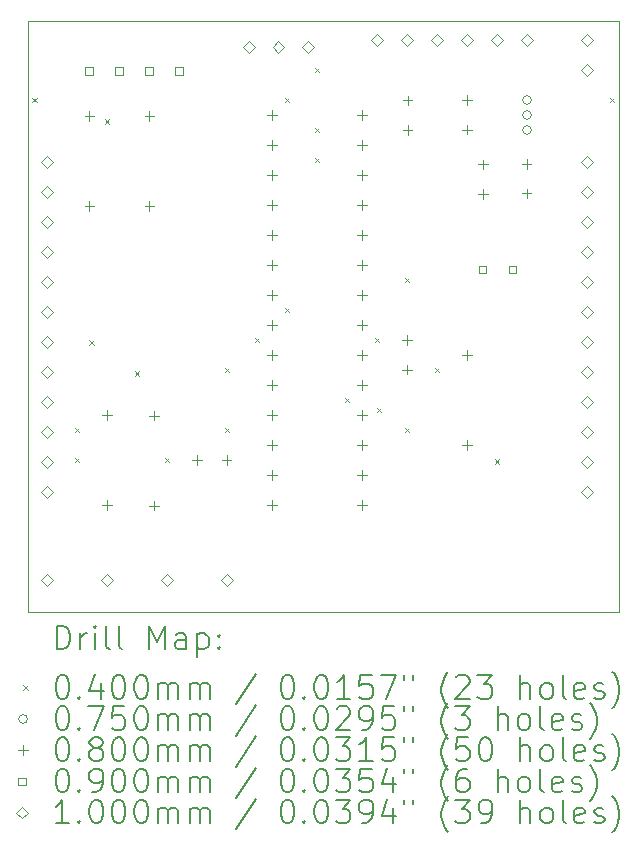
<source format=gbr>
%TF.GenerationSoftware,KiCad,Pcbnew,7.0.1-0*%
%TF.CreationDate,2023-04-19T13:52:22-05:00*%
%TF.ProjectId,ME 433 HW3,4d452034-3333-4204-9857-332e6b696361,rev?*%
%TF.SameCoordinates,Original*%
%TF.FileFunction,Drillmap*%
%TF.FilePolarity,Positive*%
%FSLAX45Y45*%
G04 Gerber Fmt 4.5, Leading zero omitted, Abs format (unit mm)*
G04 Created by KiCad (PCBNEW 7.0.1-0) date 2023-04-19 13:52:22*
%MOMM*%
%LPD*%
G01*
G04 APERTURE LIST*
%ADD10C,0.100000*%
%ADD11C,0.200000*%
%ADD12C,0.040000*%
%ADD13C,0.075000*%
%ADD14C,0.080000*%
%ADD15C,0.090000*%
G04 APERTURE END LIST*
D10*
X10000000Y-10000000D02*
X15000000Y-10000000D01*
X15000000Y-15000000D01*
X10000000Y-15000000D01*
X10000000Y-10000000D01*
D11*
D12*
X10035950Y-10648000D02*
X10075950Y-10688000D01*
X10075950Y-10648000D02*
X10035950Y-10688000D01*
X10394000Y-13442000D02*
X10434000Y-13482000D01*
X10434000Y-13442000D02*
X10394000Y-13482000D01*
X10394000Y-13696000D02*
X10434000Y-13736000D01*
X10434000Y-13696000D02*
X10394000Y-13736000D01*
X10513798Y-12700000D02*
X10553798Y-12740000D01*
X10553798Y-12700000D02*
X10513798Y-12740000D01*
X10648000Y-10829550D02*
X10688000Y-10869550D01*
X10688000Y-10829550D02*
X10648000Y-10869550D01*
X10902000Y-12963317D02*
X10942000Y-13003317D01*
X10942000Y-12963317D02*
X10902000Y-13003317D01*
X11156000Y-13696000D02*
X11196000Y-13736000D01*
X11196000Y-13696000D02*
X11156000Y-13736000D01*
X11664000Y-12934000D02*
X11704000Y-12974000D01*
X11704000Y-12934000D02*
X11664000Y-12974000D01*
X11664000Y-13442000D02*
X11704000Y-13482000D01*
X11704000Y-13442000D02*
X11664000Y-13482000D01*
X11918000Y-12680000D02*
X11958000Y-12720000D01*
X11958000Y-12680000D02*
X11918000Y-12720000D01*
X12172000Y-10648000D02*
X12212000Y-10688000D01*
X12212000Y-10648000D02*
X12172000Y-10688000D01*
X12172000Y-12426000D02*
X12212000Y-12466000D01*
X12212000Y-12426000D02*
X12172000Y-12466000D01*
X12426000Y-10394000D02*
X12466000Y-10434000D01*
X12466000Y-10394000D02*
X12426000Y-10434000D01*
X12426000Y-10902000D02*
X12466000Y-10942000D01*
X12466000Y-10902000D02*
X12426000Y-10942000D01*
X12426000Y-11156000D02*
X12466000Y-11196000D01*
X12466000Y-11156000D02*
X12426000Y-11196000D01*
X12680000Y-13188000D02*
X12720000Y-13228000D01*
X12720000Y-13188000D02*
X12680000Y-13228000D01*
X12934000Y-12680000D02*
X12974000Y-12720000D01*
X12974000Y-12680000D02*
X12934000Y-12720000D01*
X12950676Y-13273283D02*
X12990676Y-13313283D01*
X12990676Y-13273283D02*
X12950676Y-13313283D01*
X13188000Y-12172000D02*
X13228000Y-12212000D01*
X13228000Y-12172000D02*
X13188000Y-12212000D01*
X13188000Y-13442000D02*
X13228000Y-13482000D01*
X13228000Y-13442000D02*
X13188000Y-13482000D01*
X13442000Y-12934000D02*
X13482000Y-12974000D01*
X13482000Y-12934000D02*
X13442000Y-12974000D01*
X13950000Y-13709000D02*
X13990000Y-13749000D01*
X13990000Y-13709000D02*
X13950000Y-13749000D01*
X14924050Y-10648000D02*
X14964050Y-10688000D01*
X14964050Y-10648000D02*
X14924050Y-10688000D01*
D13*
X14261500Y-10668000D02*
G75*
G03*
X14261500Y-10668000I-37500J0D01*
G01*
X14261500Y-10795000D02*
G75*
G03*
X14261500Y-10795000I-37500J0D01*
G01*
X14261500Y-10922000D02*
G75*
G03*
X14261500Y-10922000I-37500J0D01*
G01*
D14*
X10517437Y-10762064D02*
X10517437Y-10842064D01*
X10477437Y-10802064D02*
X10557437Y-10802064D01*
X10517437Y-11524064D02*
X10517437Y-11604064D01*
X10477437Y-11564064D02*
X10557437Y-11564064D01*
X10668000Y-13295000D02*
X10668000Y-13375000D01*
X10628000Y-13335000D02*
X10708000Y-13335000D01*
X10668000Y-14057000D02*
X10668000Y-14137000D01*
X10628000Y-14097000D02*
X10708000Y-14097000D01*
X11025437Y-10762064D02*
X11025437Y-10842064D01*
X10985437Y-10802064D02*
X11065437Y-10802064D01*
X11025437Y-11524064D02*
X11025437Y-11604064D01*
X10985437Y-11564064D02*
X11065437Y-11564064D01*
X11064014Y-13300968D02*
X11064014Y-13380968D01*
X11024014Y-13340968D02*
X11104014Y-13340968D01*
X11064014Y-14062968D02*
X11064014Y-14142968D01*
X11024014Y-14102968D02*
X11104014Y-14102968D01*
X11430000Y-13676000D02*
X11430000Y-13756000D01*
X11390000Y-13716000D02*
X11470000Y-13716000D01*
X11680000Y-13676000D02*
X11680000Y-13756000D01*
X11640000Y-13716000D02*
X11720000Y-13716000D01*
X12066000Y-10753500D02*
X12066000Y-10833500D01*
X12026000Y-10793500D02*
X12106000Y-10793500D01*
X12066000Y-11007500D02*
X12066000Y-11087500D01*
X12026000Y-11047500D02*
X12106000Y-11047500D01*
X12066000Y-11261500D02*
X12066000Y-11341500D01*
X12026000Y-11301500D02*
X12106000Y-11301500D01*
X12066000Y-11515500D02*
X12066000Y-11595500D01*
X12026000Y-11555500D02*
X12106000Y-11555500D01*
X12066000Y-11769500D02*
X12066000Y-11849500D01*
X12026000Y-11809500D02*
X12106000Y-11809500D01*
X12066000Y-12023500D02*
X12066000Y-12103500D01*
X12026000Y-12063500D02*
X12106000Y-12063500D01*
X12066000Y-12277500D02*
X12066000Y-12357500D01*
X12026000Y-12317500D02*
X12106000Y-12317500D01*
X12066000Y-12531500D02*
X12066000Y-12611500D01*
X12026000Y-12571500D02*
X12106000Y-12571500D01*
X12066000Y-12785500D02*
X12066000Y-12865500D01*
X12026000Y-12825500D02*
X12106000Y-12825500D01*
X12066000Y-13039500D02*
X12066000Y-13119500D01*
X12026000Y-13079500D02*
X12106000Y-13079500D01*
X12066000Y-13293500D02*
X12066000Y-13373500D01*
X12026000Y-13333500D02*
X12106000Y-13333500D01*
X12066000Y-13547500D02*
X12066000Y-13627500D01*
X12026000Y-13587500D02*
X12106000Y-13587500D01*
X12066000Y-13801500D02*
X12066000Y-13881500D01*
X12026000Y-13841500D02*
X12106000Y-13841500D01*
X12066000Y-14055500D02*
X12066000Y-14135500D01*
X12026000Y-14095500D02*
X12106000Y-14095500D01*
X12828000Y-10753500D02*
X12828000Y-10833500D01*
X12788000Y-10793500D02*
X12868000Y-10793500D01*
X12828000Y-11007500D02*
X12828000Y-11087500D01*
X12788000Y-11047500D02*
X12868000Y-11047500D01*
X12828000Y-11261500D02*
X12828000Y-11341500D01*
X12788000Y-11301500D02*
X12868000Y-11301500D01*
X12828000Y-11515500D02*
X12828000Y-11595500D01*
X12788000Y-11555500D02*
X12868000Y-11555500D01*
X12828000Y-11769500D02*
X12828000Y-11849500D01*
X12788000Y-11809500D02*
X12868000Y-11809500D01*
X12828000Y-12023500D02*
X12828000Y-12103500D01*
X12788000Y-12063500D02*
X12868000Y-12063500D01*
X12828000Y-12277500D02*
X12828000Y-12357500D01*
X12788000Y-12317500D02*
X12868000Y-12317500D01*
X12828000Y-12531500D02*
X12828000Y-12611500D01*
X12788000Y-12571500D02*
X12868000Y-12571500D01*
X12828000Y-12785500D02*
X12828000Y-12865500D01*
X12788000Y-12825500D02*
X12868000Y-12825500D01*
X12828000Y-13039500D02*
X12828000Y-13119500D01*
X12788000Y-13079500D02*
X12868000Y-13079500D01*
X12828000Y-13293500D02*
X12828000Y-13373500D01*
X12788000Y-13333500D02*
X12868000Y-13333500D01*
X12828000Y-13547500D02*
X12828000Y-13627500D01*
X12788000Y-13587500D02*
X12868000Y-13587500D01*
X12828000Y-13801500D02*
X12828000Y-13881500D01*
X12788000Y-13841500D02*
X12868000Y-13841500D01*
X12828000Y-14055500D02*
X12828000Y-14135500D01*
X12788000Y-14095500D02*
X12868000Y-14095500D01*
X13208000Y-12660000D02*
X13208000Y-12740000D01*
X13168000Y-12700000D02*
X13248000Y-12700000D01*
X13208000Y-12910000D02*
X13208000Y-12990000D01*
X13168000Y-12950000D02*
X13248000Y-12950000D01*
X13212000Y-10632000D02*
X13212000Y-10712000D01*
X13172000Y-10672000D02*
X13252000Y-10672000D01*
X13212000Y-10882000D02*
X13212000Y-10962000D01*
X13172000Y-10922000D02*
X13252000Y-10922000D01*
X13716000Y-10628000D02*
X13716000Y-10708000D01*
X13676000Y-10668000D02*
X13756000Y-10668000D01*
X13716000Y-10878000D02*
X13716000Y-10958000D01*
X13676000Y-10918000D02*
X13756000Y-10918000D01*
X13716000Y-12787000D02*
X13716000Y-12867000D01*
X13676000Y-12827000D02*
X13756000Y-12827000D01*
X13716000Y-13549000D02*
X13716000Y-13629000D01*
X13676000Y-13589000D02*
X13756000Y-13589000D01*
X13852663Y-11174128D02*
X13852663Y-11254128D01*
X13812663Y-11214128D02*
X13892663Y-11214128D01*
X13852663Y-11424128D02*
X13852663Y-11504128D01*
X13812663Y-11464128D02*
X13892663Y-11464128D01*
X14219649Y-11169362D02*
X14219649Y-11249362D01*
X14179649Y-11209362D02*
X14259649Y-11209362D01*
X14219649Y-11419362D02*
X14219649Y-11499362D01*
X14179649Y-11459362D02*
X14259649Y-11459362D01*
D15*
X10549257Y-10452884D02*
X10549257Y-10389244D01*
X10485617Y-10389244D01*
X10485617Y-10452884D01*
X10549257Y-10452884D01*
X10803257Y-10452884D02*
X10803257Y-10389244D01*
X10739617Y-10389244D01*
X10739617Y-10452884D01*
X10803257Y-10452884D01*
X11057257Y-10452884D02*
X11057257Y-10389244D01*
X10993617Y-10389244D01*
X10993617Y-10452884D01*
X11057257Y-10452884D01*
X11311257Y-10452884D02*
X11311257Y-10389244D01*
X11247617Y-10389244D01*
X11247617Y-10452884D01*
X11311257Y-10452884D01*
X13877388Y-12134463D02*
X13877388Y-12070822D01*
X13813748Y-12070822D01*
X13813748Y-12134463D01*
X13877388Y-12134463D01*
X14131388Y-12134463D02*
X14131388Y-12070822D01*
X14067748Y-12070822D01*
X14067748Y-12134463D01*
X14131388Y-12134463D01*
D10*
X10160000Y-11246000D02*
X10210000Y-11196000D01*
X10160000Y-11146000D01*
X10110000Y-11196000D01*
X10160000Y-11246000D01*
X10160000Y-11500000D02*
X10210000Y-11450000D01*
X10160000Y-11400000D01*
X10110000Y-11450000D01*
X10160000Y-11500000D01*
X10160000Y-11754000D02*
X10210000Y-11704000D01*
X10160000Y-11654000D01*
X10110000Y-11704000D01*
X10160000Y-11754000D01*
X10160000Y-12008000D02*
X10210000Y-11958000D01*
X10160000Y-11908000D01*
X10110000Y-11958000D01*
X10160000Y-12008000D01*
X10160000Y-12262000D02*
X10210000Y-12212000D01*
X10160000Y-12162000D01*
X10110000Y-12212000D01*
X10160000Y-12262000D01*
X10160000Y-12516000D02*
X10210000Y-12466000D01*
X10160000Y-12416000D01*
X10110000Y-12466000D01*
X10160000Y-12516000D01*
X10160000Y-12770000D02*
X10210000Y-12720000D01*
X10160000Y-12670000D01*
X10110000Y-12720000D01*
X10160000Y-12770000D01*
X10160000Y-13024000D02*
X10210000Y-12974000D01*
X10160000Y-12924000D01*
X10110000Y-12974000D01*
X10160000Y-13024000D01*
X10160000Y-13278000D02*
X10210000Y-13228000D01*
X10160000Y-13178000D01*
X10110000Y-13228000D01*
X10160000Y-13278000D01*
X10160000Y-13532000D02*
X10210000Y-13482000D01*
X10160000Y-13432000D01*
X10110000Y-13482000D01*
X10160000Y-13532000D01*
X10160000Y-13786000D02*
X10210000Y-13736000D01*
X10160000Y-13686000D01*
X10110000Y-13736000D01*
X10160000Y-13786000D01*
X10160000Y-14040000D02*
X10210000Y-13990000D01*
X10160000Y-13940000D01*
X10110000Y-13990000D01*
X10160000Y-14040000D01*
X10160000Y-14782000D02*
X10210000Y-14732000D01*
X10160000Y-14682000D01*
X10110000Y-14732000D01*
X10160000Y-14782000D01*
X10668000Y-14782000D02*
X10718000Y-14732000D01*
X10668000Y-14682000D01*
X10618000Y-14732000D01*
X10668000Y-14782000D01*
X11176000Y-14782000D02*
X11226000Y-14732000D01*
X11176000Y-14682000D01*
X11126000Y-14732000D01*
X11176000Y-14782000D01*
X11684000Y-14782000D02*
X11734000Y-14732000D01*
X11684000Y-14682000D01*
X11634000Y-14732000D01*
X11684000Y-14782000D01*
X11869285Y-10271382D02*
X11919285Y-10221382D01*
X11869285Y-10171382D01*
X11819285Y-10221382D01*
X11869285Y-10271382D01*
X12119285Y-10271382D02*
X12169285Y-10221382D01*
X12119285Y-10171382D01*
X12069285Y-10221382D01*
X12119285Y-10271382D01*
X12369285Y-10271382D02*
X12419285Y-10221382D01*
X12369285Y-10171382D01*
X12319285Y-10221382D01*
X12369285Y-10271382D01*
X12954000Y-10210000D02*
X13004000Y-10160000D01*
X12954000Y-10110000D01*
X12904000Y-10160000D01*
X12954000Y-10210000D01*
X13208000Y-10210000D02*
X13258000Y-10160000D01*
X13208000Y-10110000D01*
X13158000Y-10160000D01*
X13208000Y-10210000D01*
X13462000Y-10210000D02*
X13512000Y-10160000D01*
X13462000Y-10110000D01*
X13412000Y-10160000D01*
X13462000Y-10210000D01*
X13716000Y-10210000D02*
X13766000Y-10160000D01*
X13716000Y-10110000D01*
X13666000Y-10160000D01*
X13716000Y-10210000D01*
X13970000Y-10210000D02*
X14020000Y-10160000D01*
X13970000Y-10110000D01*
X13920000Y-10160000D01*
X13970000Y-10210000D01*
X14224000Y-10210000D02*
X14274000Y-10160000D01*
X14224000Y-10110000D01*
X14174000Y-10160000D01*
X14224000Y-10210000D01*
X14732000Y-10210000D02*
X14782000Y-10160000D01*
X14732000Y-10110000D01*
X14682000Y-10160000D01*
X14732000Y-10210000D01*
X14732000Y-10464000D02*
X14782000Y-10414000D01*
X14732000Y-10364000D01*
X14682000Y-10414000D01*
X14732000Y-10464000D01*
X14732000Y-11246000D02*
X14782000Y-11196000D01*
X14732000Y-11146000D01*
X14682000Y-11196000D01*
X14732000Y-11246000D01*
X14732000Y-11500000D02*
X14782000Y-11450000D01*
X14732000Y-11400000D01*
X14682000Y-11450000D01*
X14732000Y-11500000D01*
X14732000Y-11754000D02*
X14782000Y-11704000D01*
X14732000Y-11654000D01*
X14682000Y-11704000D01*
X14732000Y-11754000D01*
X14732000Y-12008000D02*
X14782000Y-11958000D01*
X14732000Y-11908000D01*
X14682000Y-11958000D01*
X14732000Y-12008000D01*
X14732000Y-12262000D02*
X14782000Y-12212000D01*
X14732000Y-12162000D01*
X14682000Y-12212000D01*
X14732000Y-12262000D01*
X14732000Y-12516000D02*
X14782000Y-12466000D01*
X14732000Y-12416000D01*
X14682000Y-12466000D01*
X14732000Y-12516000D01*
X14732000Y-12770000D02*
X14782000Y-12720000D01*
X14732000Y-12670000D01*
X14682000Y-12720000D01*
X14732000Y-12770000D01*
X14732000Y-13024000D02*
X14782000Y-12974000D01*
X14732000Y-12924000D01*
X14682000Y-12974000D01*
X14732000Y-13024000D01*
X14732000Y-13278000D02*
X14782000Y-13228000D01*
X14732000Y-13178000D01*
X14682000Y-13228000D01*
X14732000Y-13278000D01*
X14732000Y-13532000D02*
X14782000Y-13482000D01*
X14732000Y-13432000D01*
X14682000Y-13482000D01*
X14732000Y-13532000D01*
X14732000Y-13786000D02*
X14782000Y-13736000D01*
X14732000Y-13686000D01*
X14682000Y-13736000D01*
X14732000Y-13786000D01*
X14732000Y-14040000D02*
X14782000Y-13990000D01*
X14732000Y-13940000D01*
X14682000Y-13990000D01*
X14732000Y-14040000D01*
D11*
X10242619Y-15317524D02*
X10242619Y-15117524D01*
X10242619Y-15117524D02*
X10290238Y-15117524D01*
X10290238Y-15117524D02*
X10318810Y-15127048D01*
X10318810Y-15127048D02*
X10337857Y-15146095D01*
X10337857Y-15146095D02*
X10347381Y-15165143D01*
X10347381Y-15165143D02*
X10356905Y-15203238D01*
X10356905Y-15203238D02*
X10356905Y-15231809D01*
X10356905Y-15231809D02*
X10347381Y-15269905D01*
X10347381Y-15269905D02*
X10337857Y-15288952D01*
X10337857Y-15288952D02*
X10318810Y-15308000D01*
X10318810Y-15308000D02*
X10290238Y-15317524D01*
X10290238Y-15317524D02*
X10242619Y-15317524D01*
X10442619Y-15317524D02*
X10442619Y-15184190D01*
X10442619Y-15222286D02*
X10452143Y-15203238D01*
X10452143Y-15203238D02*
X10461667Y-15193714D01*
X10461667Y-15193714D02*
X10480714Y-15184190D01*
X10480714Y-15184190D02*
X10499762Y-15184190D01*
X10566429Y-15317524D02*
X10566429Y-15184190D01*
X10566429Y-15117524D02*
X10556905Y-15127048D01*
X10556905Y-15127048D02*
X10566429Y-15136571D01*
X10566429Y-15136571D02*
X10575952Y-15127048D01*
X10575952Y-15127048D02*
X10566429Y-15117524D01*
X10566429Y-15117524D02*
X10566429Y-15136571D01*
X10690238Y-15317524D02*
X10671190Y-15308000D01*
X10671190Y-15308000D02*
X10661667Y-15288952D01*
X10661667Y-15288952D02*
X10661667Y-15117524D01*
X10795000Y-15317524D02*
X10775952Y-15308000D01*
X10775952Y-15308000D02*
X10766429Y-15288952D01*
X10766429Y-15288952D02*
X10766429Y-15117524D01*
X11023571Y-15317524D02*
X11023571Y-15117524D01*
X11023571Y-15117524D02*
X11090238Y-15260381D01*
X11090238Y-15260381D02*
X11156905Y-15117524D01*
X11156905Y-15117524D02*
X11156905Y-15317524D01*
X11337857Y-15317524D02*
X11337857Y-15212762D01*
X11337857Y-15212762D02*
X11328333Y-15193714D01*
X11328333Y-15193714D02*
X11309286Y-15184190D01*
X11309286Y-15184190D02*
X11271190Y-15184190D01*
X11271190Y-15184190D02*
X11252143Y-15193714D01*
X11337857Y-15308000D02*
X11318809Y-15317524D01*
X11318809Y-15317524D02*
X11271190Y-15317524D01*
X11271190Y-15317524D02*
X11252143Y-15308000D01*
X11252143Y-15308000D02*
X11242619Y-15288952D01*
X11242619Y-15288952D02*
X11242619Y-15269905D01*
X11242619Y-15269905D02*
X11252143Y-15250857D01*
X11252143Y-15250857D02*
X11271190Y-15241333D01*
X11271190Y-15241333D02*
X11318809Y-15241333D01*
X11318809Y-15241333D02*
X11337857Y-15231809D01*
X11433095Y-15184190D02*
X11433095Y-15384190D01*
X11433095Y-15193714D02*
X11452143Y-15184190D01*
X11452143Y-15184190D02*
X11490238Y-15184190D01*
X11490238Y-15184190D02*
X11509286Y-15193714D01*
X11509286Y-15193714D02*
X11518809Y-15203238D01*
X11518809Y-15203238D02*
X11528333Y-15222286D01*
X11528333Y-15222286D02*
X11528333Y-15279428D01*
X11528333Y-15279428D02*
X11518809Y-15298476D01*
X11518809Y-15298476D02*
X11509286Y-15308000D01*
X11509286Y-15308000D02*
X11490238Y-15317524D01*
X11490238Y-15317524D02*
X11452143Y-15317524D01*
X11452143Y-15317524D02*
X11433095Y-15308000D01*
X11614048Y-15298476D02*
X11623571Y-15308000D01*
X11623571Y-15308000D02*
X11614048Y-15317524D01*
X11614048Y-15317524D02*
X11604524Y-15308000D01*
X11604524Y-15308000D02*
X11614048Y-15298476D01*
X11614048Y-15298476D02*
X11614048Y-15317524D01*
X11614048Y-15193714D02*
X11623571Y-15203238D01*
X11623571Y-15203238D02*
X11614048Y-15212762D01*
X11614048Y-15212762D02*
X11604524Y-15203238D01*
X11604524Y-15203238D02*
X11614048Y-15193714D01*
X11614048Y-15193714D02*
X11614048Y-15212762D01*
D12*
X9955000Y-15625000D02*
X9995000Y-15665000D01*
X9995000Y-15625000D02*
X9955000Y-15665000D01*
D11*
X10280714Y-15537524D02*
X10299762Y-15537524D01*
X10299762Y-15537524D02*
X10318810Y-15547048D01*
X10318810Y-15547048D02*
X10328333Y-15556571D01*
X10328333Y-15556571D02*
X10337857Y-15575619D01*
X10337857Y-15575619D02*
X10347381Y-15613714D01*
X10347381Y-15613714D02*
X10347381Y-15661333D01*
X10347381Y-15661333D02*
X10337857Y-15699428D01*
X10337857Y-15699428D02*
X10328333Y-15718476D01*
X10328333Y-15718476D02*
X10318810Y-15728000D01*
X10318810Y-15728000D02*
X10299762Y-15737524D01*
X10299762Y-15737524D02*
X10280714Y-15737524D01*
X10280714Y-15737524D02*
X10261667Y-15728000D01*
X10261667Y-15728000D02*
X10252143Y-15718476D01*
X10252143Y-15718476D02*
X10242619Y-15699428D01*
X10242619Y-15699428D02*
X10233095Y-15661333D01*
X10233095Y-15661333D02*
X10233095Y-15613714D01*
X10233095Y-15613714D02*
X10242619Y-15575619D01*
X10242619Y-15575619D02*
X10252143Y-15556571D01*
X10252143Y-15556571D02*
X10261667Y-15547048D01*
X10261667Y-15547048D02*
X10280714Y-15537524D01*
X10433095Y-15718476D02*
X10442619Y-15728000D01*
X10442619Y-15728000D02*
X10433095Y-15737524D01*
X10433095Y-15737524D02*
X10423571Y-15728000D01*
X10423571Y-15728000D02*
X10433095Y-15718476D01*
X10433095Y-15718476D02*
X10433095Y-15737524D01*
X10614048Y-15604190D02*
X10614048Y-15737524D01*
X10566429Y-15528000D02*
X10518810Y-15670857D01*
X10518810Y-15670857D02*
X10642619Y-15670857D01*
X10756905Y-15537524D02*
X10775952Y-15537524D01*
X10775952Y-15537524D02*
X10795000Y-15547048D01*
X10795000Y-15547048D02*
X10804524Y-15556571D01*
X10804524Y-15556571D02*
X10814048Y-15575619D01*
X10814048Y-15575619D02*
X10823571Y-15613714D01*
X10823571Y-15613714D02*
X10823571Y-15661333D01*
X10823571Y-15661333D02*
X10814048Y-15699428D01*
X10814048Y-15699428D02*
X10804524Y-15718476D01*
X10804524Y-15718476D02*
X10795000Y-15728000D01*
X10795000Y-15728000D02*
X10775952Y-15737524D01*
X10775952Y-15737524D02*
X10756905Y-15737524D01*
X10756905Y-15737524D02*
X10737857Y-15728000D01*
X10737857Y-15728000D02*
X10728333Y-15718476D01*
X10728333Y-15718476D02*
X10718810Y-15699428D01*
X10718810Y-15699428D02*
X10709286Y-15661333D01*
X10709286Y-15661333D02*
X10709286Y-15613714D01*
X10709286Y-15613714D02*
X10718810Y-15575619D01*
X10718810Y-15575619D02*
X10728333Y-15556571D01*
X10728333Y-15556571D02*
X10737857Y-15547048D01*
X10737857Y-15547048D02*
X10756905Y-15537524D01*
X10947381Y-15537524D02*
X10966429Y-15537524D01*
X10966429Y-15537524D02*
X10985476Y-15547048D01*
X10985476Y-15547048D02*
X10995000Y-15556571D01*
X10995000Y-15556571D02*
X11004524Y-15575619D01*
X11004524Y-15575619D02*
X11014048Y-15613714D01*
X11014048Y-15613714D02*
X11014048Y-15661333D01*
X11014048Y-15661333D02*
X11004524Y-15699428D01*
X11004524Y-15699428D02*
X10995000Y-15718476D01*
X10995000Y-15718476D02*
X10985476Y-15728000D01*
X10985476Y-15728000D02*
X10966429Y-15737524D01*
X10966429Y-15737524D02*
X10947381Y-15737524D01*
X10947381Y-15737524D02*
X10928333Y-15728000D01*
X10928333Y-15728000D02*
X10918810Y-15718476D01*
X10918810Y-15718476D02*
X10909286Y-15699428D01*
X10909286Y-15699428D02*
X10899762Y-15661333D01*
X10899762Y-15661333D02*
X10899762Y-15613714D01*
X10899762Y-15613714D02*
X10909286Y-15575619D01*
X10909286Y-15575619D02*
X10918810Y-15556571D01*
X10918810Y-15556571D02*
X10928333Y-15547048D01*
X10928333Y-15547048D02*
X10947381Y-15537524D01*
X11099762Y-15737524D02*
X11099762Y-15604190D01*
X11099762Y-15623238D02*
X11109286Y-15613714D01*
X11109286Y-15613714D02*
X11128333Y-15604190D01*
X11128333Y-15604190D02*
X11156905Y-15604190D01*
X11156905Y-15604190D02*
X11175952Y-15613714D01*
X11175952Y-15613714D02*
X11185476Y-15632762D01*
X11185476Y-15632762D02*
X11185476Y-15737524D01*
X11185476Y-15632762D02*
X11195000Y-15613714D01*
X11195000Y-15613714D02*
X11214048Y-15604190D01*
X11214048Y-15604190D02*
X11242619Y-15604190D01*
X11242619Y-15604190D02*
X11261667Y-15613714D01*
X11261667Y-15613714D02*
X11271190Y-15632762D01*
X11271190Y-15632762D02*
X11271190Y-15737524D01*
X11366429Y-15737524D02*
X11366429Y-15604190D01*
X11366429Y-15623238D02*
X11375952Y-15613714D01*
X11375952Y-15613714D02*
X11395000Y-15604190D01*
X11395000Y-15604190D02*
X11423571Y-15604190D01*
X11423571Y-15604190D02*
X11442619Y-15613714D01*
X11442619Y-15613714D02*
X11452143Y-15632762D01*
X11452143Y-15632762D02*
X11452143Y-15737524D01*
X11452143Y-15632762D02*
X11461667Y-15613714D01*
X11461667Y-15613714D02*
X11480714Y-15604190D01*
X11480714Y-15604190D02*
X11509286Y-15604190D01*
X11509286Y-15604190D02*
X11528333Y-15613714D01*
X11528333Y-15613714D02*
X11537857Y-15632762D01*
X11537857Y-15632762D02*
X11537857Y-15737524D01*
X11928333Y-15528000D02*
X11756905Y-15785143D01*
X12185476Y-15537524D02*
X12204524Y-15537524D01*
X12204524Y-15537524D02*
X12223572Y-15547048D01*
X12223572Y-15547048D02*
X12233095Y-15556571D01*
X12233095Y-15556571D02*
X12242619Y-15575619D01*
X12242619Y-15575619D02*
X12252143Y-15613714D01*
X12252143Y-15613714D02*
X12252143Y-15661333D01*
X12252143Y-15661333D02*
X12242619Y-15699428D01*
X12242619Y-15699428D02*
X12233095Y-15718476D01*
X12233095Y-15718476D02*
X12223572Y-15728000D01*
X12223572Y-15728000D02*
X12204524Y-15737524D01*
X12204524Y-15737524D02*
X12185476Y-15737524D01*
X12185476Y-15737524D02*
X12166429Y-15728000D01*
X12166429Y-15728000D02*
X12156905Y-15718476D01*
X12156905Y-15718476D02*
X12147381Y-15699428D01*
X12147381Y-15699428D02*
X12137857Y-15661333D01*
X12137857Y-15661333D02*
X12137857Y-15613714D01*
X12137857Y-15613714D02*
X12147381Y-15575619D01*
X12147381Y-15575619D02*
X12156905Y-15556571D01*
X12156905Y-15556571D02*
X12166429Y-15547048D01*
X12166429Y-15547048D02*
X12185476Y-15537524D01*
X12337857Y-15718476D02*
X12347381Y-15728000D01*
X12347381Y-15728000D02*
X12337857Y-15737524D01*
X12337857Y-15737524D02*
X12328333Y-15728000D01*
X12328333Y-15728000D02*
X12337857Y-15718476D01*
X12337857Y-15718476D02*
X12337857Y-15737524D01*
X12471191Y-15537524D02*
X12490238Y-15537524D01*
X12490238Y-15537524D02*
X12509286Y-15547048D01*
X12509286Y-15547048D02*
X12518810Y-15556571D01*
X12518810Y-15556571D02*
X12528333Y-15575619D01*
X12528333Y-15575619D02*
X12537857Y-15613714D01*
X12537857Y-15613714D02*
X12537857Y-15661333D01*
X12537857Y-15661333D02*
X12528333Y-15699428D01*
X12528333Y-15699428D02*
X12518810Y-15718476D01*
X12518810Y-15718476D02*
X12509286Y-15728000D01*
X12509286Y-15728000D02*
X12490238Y-15737524D01*
X12490238Y-15737524D02*
X12471191Y-15737524D01*
X12471191Y-15737524D02*
X12452143Y-15728000D01*
X12452143Y-15728000D02*
X12442619Y-15718476D01*
X12442619Y-15718476D02*
X12433095Y-15699428D01*
X12433095Y-15699428D02*
X12423572Y-15661333D01*
X12423572Y-15661333D02*
X12423572Y-15613714D01*
X12423572Y-15613714D02*
X12433095Y-15575619D01*
X12433095Y-15575619D02*
X12442619Y-15556571D01*
X12442619Y-15556571D02*
X12452143Y-15547048D01*
X12452143Y-15547048D02*
X12471191Y-15537524D01*
X12728333Y-15737524D02*
X12614048Y-15737524D01*
X12671191Y-15737524D02*
X12671191Y-15537524D01*
X12671191Y-15537524D02*
X12652143Y-15566095D01*
X12652143Y-15566095D02*
X12633095Y-15585143D01*
X12633095Y-15585143D02*
X12614048Y-15594667D01*
X12909286Y-15537524D02*
X12814048Y-15537524D01*
X12814048Y-15537524D02*
X12804524Y-15632762D01*
X12804524Y-15632762D02*
X12814048Y-15623238D01*
X12814048Y-15623238D02*
X12833095Y-15613714D01*
X12833095Y-15613714D02*
X12880714Y-15613714D01*
X12880714Y-15613714D02*
X12899762Y-15623238D01*
X12899762Y-15623238D02*
X12909286Y-15632762D01*
X12909286Y-15632762D02*
X12918810Y-15651809D01*
X12918810Y-15651809D02*
X12918810Y-15699428D01*
X12918810Y-15699428D02*
X12909286Y-15718476D01*
X12909286Y-15718476D02*
X12899762Y-15728000D01*
X12899762Y-15728000D02*
X12880714Y-15737524D01*
X12880714Y-15737524D02*
X12833095Y-15737524D01*
X12833095Y-15737524D02*
X12814048Y-15728000D01*
X12814048Y-15728000D02*
X12804524Y-15718476D01*
X12985476Y-15537524D02*
X13118810Y-15537524D01*
X13118810Y-15537524D02*
X13033095Y-15737524D01*
X13185476Y-15537524D02*
X13185476Y-15575619D01*
X13261667Y-15537524D02*
X13261667Y-15575619D01*
X13556905Y-15813714D02*
X13547381Y-15804190D01*
X13547381Y-15804190D02*
X13528334Y-15775619D01*
X13528334Y-15775619D02*
X13518810Y-15756571D01*
X13518810Y-15756571D02*
X13509286Y-15728000D01*
X13509286Y-15728000D02*
X13499762Y-15680381D01*
X13499762Y-15680381D02*
X13499762Y-15642286D01*
X13499762Y-15642286D02*
X13509286Y-15594667D01*
X13509286Y-15594667D02*
X13518810Y-15566095D01*
X13518810Y-15566095D02*
X13528334Y-15547048D01*
X13528334Y-15547048D02*
X13547381Y-15518476D01*
X13547381Y-15518476D02*
X13556905Y-15508952D01*
X13623572Y-15556571D02*
X13633095Y-15547048D01*
X13633095Y-15547048D02*
X13652143Y-15537524D01*
X13652143Y-15537524D02*
X13699762Y-15537524D01*
X13699762Y-15537524D02*
X13718810Y-15547048D01*
X13718810Y-15547048D02*
X13728334Y-15556571D01*
X13728334Y-15556571D02*
X13737857Y-15575619D01*
X13737857Y-15575619D02*
X13737857Y-15594667D01*
X13737857Y-15594667D02*
X13728334Y-15623238D01*
X13728334Y-15623238D02*
X13614048Y-15737524D01*
X13614048Y-15737524D02*
X13737857Y-15737524D01*
X13804524Y-15537524D02*
X13928334Y-15537524D01*
X13928334Y-15537524D02*
X13861667Y-15613714D01*
X13861667Y-15613714D02*
X13890238Y-15613714D01*
X13890238Y-15613714D02*
X13909286Y-15623238D01*
X13909286Y-15623238D02*
X13918810Y-15632762D01*
X13918810Y-15632762D02*
X13928334Y-15651809D01*
X13928334Y-15651809D02*
X13928334Y-15699428D01*
X13928334Y-15699428D02*
X13918810Y-15718476D01*
X13918810Y-15718476D02*
X13909286Y-15728000D01*
X13909286Y-15728000D02*
X13890238Y-15737524D01*
X13890238Y-15737524D02*
X13833095Y-15737524D01*
X13833095Y-15737524D02*
X13814048Y-15728000D01*
X13814048Y-15728000D02*
X13804524Y-15718476D01*
X14166429Y-15737524D02*
X14166429Y-15537524D01*
X14252143Y-15737524D02*
X14252143Y-15632762D01*
X14252143Y-15632762D02*
X14242619Y-15613714D01*
X14242619Y-15613714D02*
X14223572Y-15604190D01*
X14223572Y-15604190D02*
X14195000Y-15604190D01*
X14195000Y-15604190D02*
X14175953Y-15613714D01*
X14175953Y-15613714D02*
X14166429Y-15623238D01*
X14375953Y-15737524D02*
X14356905Y-15728000D01*
X14356905Y-15728000D02*
X14347381Y-15718476D01*
X14347381Y-15718476D02*
X14337857Y-15699428D01*
X14337857Y-15699428D02*
X14337857Y-15642286D01*
X14337857Y-15642286D02*
X14347381Y-15623238D01*
X14347381Y-15623238D02*
X14356905Y-15613714D01*
X14356905Y-15613714D02*
X14375953Y-15604190D01*
X14375953Y-15604190D02*
X14404524Y-15604190D01*
X14404524Y-15604190D02*
X14423572Y-15613714D01*
X14423572Y-15613714D02*
X14433096Y-15623238D01*
X14433096Y-15623238D02*
X14442619Y-15642286D01*
X14442619Y-15642286D02*
X14442619Y-15699428D01*
X14442619Y-15699428D02*
X14433096Y-15718476D01*
X14433096Y-15718476D02*
X14423572Y-15728000D01*
X14423572Y-15728000D02*
X14404524Y-15737524D01*
X14404524Y-15737524D02*
X14375953Y-15737524D01*
X14556905Y-15737524D02*
X14537857Y-15728000D01*
X14537857Y-15728000D02*
X14528334Y-15708952D01*
X14528334Y-15708952D02*
X14528334Y-15537524D01*
X14709286Y-15728000D02*
X14690238Y-15737524D01*
X14690238Y-15737524D02*
X14652143Y-15737524D01*
X14652143Y-15737524D02*
X14633096Y-15728000D01*
X14633096Y-15728000D02*
X14623572Y-15708952D01*
X14623572Y-15708952D02*
X14623572Y-15632762D01*
X14623572Y-15632762D02*
X14633096Y-15613714D01*
X14633096Y-15613714D02*
X14652143Y-15604190D01*
X14652143Y-15604190D02*
X14690238Y-15604190D01*
X14690238Y-15604190D02*
X14709286Y-15613714D01*
X14709286Y-15613714D02*
X14718810Y-15632762D01*
X14718810Y-15632762D02*
X14718810Y-15651809D01*
X14718810Y-15651809D02*
X14623572Y-15670857D01*
X14795000Y-15728000D02*
X14814048Y-15737524D01*
X14814048Y-15737524D02*
X14852143Y-15737524D01*
X14852143Y-15737524D02*
X14871191Y-15728000D01*
X14871191Y-15728000D02*
X14880715Y-15708952D01*
X14880715Y-15708952D02*
X14880715Y-15699428D01*
X14880715Y-15699428D02*
X14871191Y-15680381D01*
X14871191Y-15680381D02*
X14852143Y-15670857D01*
X14852143Y-15670857D02*
X14823572Y-15670857D01*
X14823572Y-15670857D02*
X14804524Y-15661333D01*
X14804524Y-15661333D02*
X14795000Y-15642286D01*
X14795000Y-15642286D02*
X14795000Y-15632762D01*
X14795000Y-15632762D02*
X14804524Y-15613714D01*
X14804524Y-15613714D02*
X14823572Y-15604190D01*
X14823572Y-15604190D02*
X14852143Y-15604190D01*
X14852143Y-15604190D02*
X14871191Y-15613714D01*
X14947381Y-15813714D02*
X14956905Y-15804190D01*
X14956905Y-15804190D02*
X14975953Y-15775619D01*
X14975953Y-15775619D02*
X14985477Y-15756571D01*
X14985477Y-15756571D02*
X14995000Y-15728000D01*
X14995000Y-15728000D02*
X15004524Y-15680381D01*
X15004524Y-15680381D02*
X15004524Y-15642286D01*
X15004524Y-15642286D02*
X14995000Y-15594667D01*
X14995000Y-15594667D02*
X14985477Y-15566095D01*
X14985477Y-15566095D02*
X14975953Y-15547048D01*
X14975953Y-15547048D02*
X14956905Y-15518476D01*
X14956905Y-15518476D02*
X14947381Y-15508952D01*
D13*
X9995000Y-15909000D02*
G75*
G03*
X9995000Y-15909000I-37500J0D01*
G01*
D11*
X10280714Y-15801524D02*
X10299762Y-15801524D01*
X10299762Y-15801524D02*
X10318810Y-15811048D01*
X10318810Y-15811048D02*
X10328333Y-15820571D01*
X10328333Y-15820571D02*
X10337857Y-15839619D01*
X10337857Y-15839619D02*
X10347381Y-15877714D01*
X10347381Y-15877714D02*
X10347381Y-15925333D01*
X10347381Y-15925333D02*
X10337857Y-15963428D01*
X10337857Y-15963428D02*
X10328333Y-15982476D01*
X10328333Y-15982476D02*
X10318810Y-15992000D01*
X10318810Y-15992000D02*
X10299762Y-16001524D01*
X10299762Y-16001524D02*
X10280714Y-16001524D01*
X10280714Y-16001524D02*
X10261667Y-15992000D01*
X10261667Y-15992000D02*
X10252143Y-15982476D01*
X10252143Y-15982476D02*
X10242619Y-15963428D01*
X10242619Y-15963428D02*
X10233095Y-15925333D01*
X10233095Y-15925333D02*
X10233095Y-15877714D01*
X10233095Y-15877714D02*
X10242619Y-15839619D01*
X10242619Y-15839619D02*
X10252143Y-15820571D01*
X10252143Y-15820571D02*
X10261667Y-15811048D01*
X10261667Y-15811048D02*
X10280714Y-15801524D01*
X10433095Y-15982476D02*
X10442619Y-15992000D01*
X10442619Y-15992000D02*
X10433095Y-16001524D01*
X10433095Y-16001524D02*
X10423571Y-15992000D01*
X10423571Y-15992000D02*
X10433095Y-15982476D01*
X10433095Y-15982476D02*
X10433095Y-16001524D01*
X10509286Y-15801524D02*
X10642619Y-15801524D01*
X10642619Y-15801524D02*
X10556905Y-16001524D01*
X10814048Y-15801524D02*
X10718810Y-15801524D01*
X10718810Y-15801524D02*
X10709286Y-15896762D01*
X10709286Y-15896762D02*
X10718810Y-15887238D01*
X10718810Y-15887238D02*
X10737857Y-15877714D01*
X10737857Y-15877714D02*
X10785476Y-15877714D01*
X10785476Y-15877714D02*
X10804524Y-15887238D01*
X10804524Y-15887238D02*
X10814048Y-15896762D01*
X10814048Y-15896762D02*
X10823571Y-15915809D01*
X10823571Y-15915809D02*
X10823571Y-15963428D01*
X10823571Y-15963428D02*
X10814048Y-15982476D01*
X10814048Y-15982476D02*
X10804524Y-15992000D01*
X10804524Y-15992000D02*
X10785476Y-16001524D01*
X10785476Y-16001524D02*
X10737857Y-16001524D01*
X10737857Y-16001524D02*
X10718810Y-15992000D01*
X10718810Y-15992000D02*
X10709286Y-15982476D01*
X10947381Y-15801524D02*
X10966429Y-15801524D01*
X10966429Y-15801524D02*
X10985476Y-15811048D01*
X10985476Y-15811048D02*
X10995000Y-15820571D01*
X10995000Y-15820571D02*
X11004524Y-15839619D01*
X11004524Y-15839619D02*
X11014048Y-15877714D01*
X11014048Y-15877714D02*
X11014048Y-15925333D01*
X11014048Y-15925333D02*
X11004524Y-15963428D01*
X11004524Y-15963428D02*
X10995000Y-15982476D01*
X10995000Y-15982476D02*
X10985476Y-15992000D01*
X10985476Y-15992000D02*
X10966429Y-16001524D01*
X10966429Y-16001524D02*
X10947381Y-16001524D01*
X10947381Y-16001524D02*
X10928333Y-15992000D01*
X10928333Y-15992000D02*
X10918810Y-15982476D01*
X10918810Y-15982476D02*
X10909286Y-15963428D01*
X10909286Y-15963428D02*
X10899762Y-15925333D01*
X10899762Y-15925333D02*
X10899762Y-15877714D01*
X10899762Y-15877714D02*
X10909286Y-15839619D01*
X10909286Y-15839619D02*
X10918810Y-15820571D01*
X10918810Y-15820571D02*
X10928333Y-15811048D01*
X10928333Y-15811048D02*
X10947381Y-15801524D01*
X11099762Y-16001524D02*
X11099762Y-15868190D01*
X11099762Y-15887238D02*
X11109286Y-15877714D01*
X11109286Y-15877714D02*
X11128333Y-15868190D01*
X11128333Y-15868190D02*
X11156905Y-15868190D01*
X11156905Y-15868190D02*
X11175952Y-15877714D01*
X11175952Y-15877714D02*
X11185476Y-15896762D01*
X11185476Y-15896762D02*
X11185476Y-16001524D01*
X11185476Y-15896762D02*
X11195000Y-15877714D01*
X11195000Y-15877714D02*
X11214048Y-15868190D01*
X11214048Y-15868190D02*
X11242619Y-15868190D01*
X11242619Y-15868190D02*
X11261667Y-15877714D01*
X11261667Y-15877714D02*
X11271190Y-15896762D01*
X11271190Y-15896762D02*
X11271190Y-16001524D01*
X11366429Y-16001524D02*
X11366429Y-15868190D01*
X11366429Y-15887238D02*
X11375952Y-15877714D01*
X11375952Y-15877714D02*
X11395000Y-15868190D01*
X11395000Y-15868190D02*
X11423571Y-15868190D01*
X11423571Y-15868190D02*
X11442619Y-15877714D01*
X11442619Y-15877714D02*
X11452143Y-15896762D01*
X11452143Y-15896762D02*
X11452143Y-16001524D01*
X11452143Y-15896762D02*
X11461667Y-15877714D01*
X11461667Y-15877714D02*
X11480714Y-15868190D01*
X11480714Y-15868190D02*
X11509286Y-15868190D01*
X11509286Y-15868190D02*
X11528333Y-15877714D01*
X11528333Y-15877714D02*
X11537857Y-15896762D01*
X11537857Y-15896762D02*
X11537857Y-16001524D01*
X11928333Y-15792000D02*
X11756905Y-16049143D01*
X12185476Y-15801524D02*
X12204524Y-15801524D01*
X12204524Y-15801524D02*
X12223572Y-15811048D01*
X12223572Y-15811048D02*
X12233095Y-15820571D01*
X12233095Y-15820571D02*
X12242619Y-15839619D01*
X12242619Y-15839619D02*
X12252143Y-15877714D01*
X12252143Y-15877714D02*
X12252143Y-15925333D01*
X12252143Y-15925333D02*
X12242619Y-15963428D01*
X12242619Y-15963428D02*
X12233095Y-15982476D01*
X12233095Y-15982476D02*
X12223572Y-15992000D01*
X12223572Y-15992000D02*
X12204524Y-16001524D01*
X12204524Y-16001524D02*
X12185476Y-16001524D01*
X12185476Y-16001524D02*
X12166429Y-15992000D01*
X12166429Y-15992000D02*
X12156905Y-15982476D01*
X12156905Y-15982476D02*
X12147381Y-15963428D01*
X12147381Y-15963428D02*
X12137857Y-15925333D01*
X12137857Y-15925333D02*
X12137857Y-15877714D01*
X12137857Y-15877714D02*
X12147381Y-15839619D01*
X12147381Y-15839619D02*
X12156905Y-15820571D01*
X12156905Y-15820571D02*
X12166429Y-15811048D01*
X12166429Y-15811048D02*
X12185476Y-15801524D01*
X12337857Y-15982476D02*
X12347381Y-15992000D01*
X12347381Y-15992000D02*
X12337857Y-16001524D01*
X12337857Y-16001524D02*
X12328333Y-15992000D01*
X12328333Y-15992000D02*
X12337857Y-15982476D01*
X12337857Y-15982476D02*
X12337857Y-16001524D01*
X12471191Y-15801524D02*
X12490238Y-15801524D01*
X12490238Y-15801524D02*
X12509286Y-15811048D01*
X12509286Y-15811048D02*
X12518810Y-15820571D01*
X12518810Y-15820571D02*
X12528333Y-15839619D01*
X12528333Y-15839619D02*
X12537857Y-15877714D01*
X12537857Y-15877714D02*
X12537857Y-15925333D01*
X12537857Y-15925333D02*
X12528333Y-15963428D01*
X12528333Y-15963428D02*
X12518810Y-15982476D01*
X12518810Y-15982476D02*
X12509286Y-15992000D01*
X12509286Y-15992000D02*
X12490238Y-16001524D01*
X12490238Y-16001524D02*
X12471191Y-16001524D01*
X12471191Y-16001524D02*
X12452143Y-15992000D01*
X12452143Y-15992000D02*
X12442619Y-15982476D01*
X12442619Y-15982476D02*
X12433095Y-15963428D01*
X12433095Y-15963428D02*
X12423572Y-15925333D01*
X12423572Y-15925333D02*
X12423572Y-15877714D01*
X12423572Y-15877714D02*
X12433095Y-15839619D01*
X12433095Y-15839619D02*
X12442619Y-15820571D01*
X12442619Y-15820571D02*
X12452143Y-15811048D01*
X12452143Y-15811048D02*
X12471191Y-15801524D01*
X12614048Y-15820571D02*
X12623572Y-15811048D01*
X12623572Y-15811048D02*
X12642619Y-15801524D01*
X12642619Y-15801524D02*
X12690238Y-15801524D01*
X12690238Y-15801524D02*
X12709286Y-15811048D01*
X12709286Y-15811048D02*
X12718810Y-15820571D01*
X12718810Y-15820571D02*
X12728333Y-15839619D01*
X12728333Y-15839619D02*
X12728333Y-15858667D01*
X12728333Y-15858667D02*
X12718810Y-15887238D01*
X12718810Y-15887238D02*
X12604524Y-16001524D01*
X12604524Y-16001524D02*
X12728333Y-16001524D01*
X12823572Y-16001524D02*
X12861667Y-16001524D01*
X12861667Y-16001524D02*
X12880714Y-15992000D01*
X12880714Y-15992000D02*
X12890238Y-15982476D01*
X12890238Y-15982476D02*
X12909286Y-15953905D01*
X12909286Y-15953905D02*
X12918810Y-15915809D01*
X12918810Y-15915809D02*
X12918810Y-15839619D01*
X12918810Y-15839619D02*
X12909286Y-15820571D01*
X12909286Y-15820571D02*
X12899762Y-15811048D01*
X12899762Y-15811048D02*
X12880714Y-15801524D01*
X12880714Y-15801524D02*
X12842619Y-15801524D01*
X12842619Y-15801524D02*
X12823572Y-15811048D01*
X12823572Y-15811048D02*
X12814048Y-15820571D01*
X12814048Y-15820571D02*
X12804524Y-15839619D01*
X12804524Y-15839619D02*
X12804524Y-15887238D01*
X12804524Y-15887238D02*
X12814048Y-15906286D01*
X12814048Y-15906286D02*
X12823572Y-15915809D01*
X12823572Y-15915809D02*
X12842619Y-15925333D01*
X12842619Y-15925333D02*
X12880714Y-15925333D01*
X12880714Y-15925333D02*
X12899762Y-15915809D01*
X12899762Y-15915809D02*
X12909286Y-15906286D01*
X12909286Y-15906286D02*
X12918810Y-15887238D01*
X13099762Y-15801524D02*
X13004524Y-15801524D01*
X13004524Y-15801524D02*
X12995000Y-15896762D01*
X12995000Y-15896762D02*
X13004524Y-15887238D01*
X13004524Y-15887238D02*
X13023572Y-15877714D01*
X13023572Y-15877714D02*
X13071191Y-15877714D01*
X13071191Y-15877714D02*
X13090238Y-15887238D01*
X13090238Y-15887238D02*
X13099762Y-15896762D01*
X13099762Y-15896762D02*
X13109286Y-15915809D01*
X13109286Y-15915809D02*
X13109286Y-15963428D01*
X13109286Y-15963428D02*
X13099762Y-15982476D01*
X13099762Y-15982476D02*
X13090238Y-15992000D01*
X13090238Y-15992000D02*
X13071191Y-16001524D01*
X13071191Y-16001524D02*
X13023572Y-16001524D01*
X13023572Y-16001524D02*
X13004524Y-15992000D01*
X13004524Y-15992000D02*
X12995000Y-15982476D01*
X13185476Y-15801524D02*
X13185476Y-15839619D01*
X13261667Y-15801524D02*
X13261667Y-15839619D01*
X13556905Y-16077714D02*
X13547381Y-16068190D01*
X13547381Y-16068190D02*
X13528334Y-16039619D01*
X13528334Y-16039619D02*
X13518810Y-16020571D01*
X13518810Y-16020571D02*
X13509286Y-15992000D01*
X13509286Y-15992000D02*
X13499762Y-15944381D01*
X13499762Y-15944381D02*
X13499762Y-15906286D01*
X13499762Y-15906286D02*
X13509286Y-15858667D01*
X13509286Y-15858667D02*
X13518810Y-15830095D01*
X13518810Y-15830095D02*
X13528334Y-15811048D01*
X13528334Y-15811048D02*
X13547381Y-15782476D01*
X13547381Y-15782476D02*
X13556905Y-15772952D01*
X13614048Y-15801524D02*
X13737857Y-15801524D01*
X13737857Y-15801524D02*
X13671191Y-15877714D01*
X13671191Y-15877714D02*
X13699762Y-15877714D01*
X13699762Y-15877714D02*
X13718810Y-15887238D01*
X13718810Y-15887238D02*
X13728334Y-15896762D01*
X13728334Y-15896762D02*
X13737857Y-15915809D01*
X13737857Y-15915809D02*
X13737857Y-15963428D01*
X13737857Y-15963428D02*
X13728334Y-15982476D01*
X13728334Y-15982476D02*
X13718810Y-15992000D01*
X13718810Y-15992000D02*
X13699762Y-16001524D01*
X13699762Y-16001524D02*
X13642619Y-16001524D01*
X13642619Y-16001524D02*
X13623572Y-15992000D01*
X13623572Y-15992000D02*
X13614048Y-15982476D01*
X13975953Y-16001524D02*
X13975953Y-15801524D01*
X14061667Y-16001524D02*
X14061667Y-15896762D01*
X14061667Y-15896762D02*
X14052143Y-15877714D01*
X14052143Y-15877714D02*
X14033096Y-15868190D01*
X14033096Y-15868190D02*
X14004524Y-15868190D01*
X14004524Y-15868190D02*
X13985476Y-15877714D01*
X13985476Y-15877714D02*
X13975953Y-15887238D01*
X14185476Y-16001524D02*
X14166429Y-15992000D01*
X14166429Y-15992000D02*
X14156905Y-15982476D01*
X14156905Y-15982476D02*
X14147381Y-15963428D01*
X14147381Y-15963428D02*
X14147381Y-15906286D01*
X14147381Y-15906286D02*
X14156905Y-15887238D01*
X14156905Y-15887238D02*
X14166429Y-15877714D01*
X14166429Y-15877714D02*
X14185476Y-15868190D01*
X14185476Y-15868190D02*
X14214048Y-15868190D01*
X14214048Y-15868190D02*
X14233096Y-15877714D01*
X14233096Y-15877714D02*
X14242619Y-15887238D01*
X14242619Y-15887238D02*
X14252143Y-15906286D01*
X14252143Y-15906286D02*
X14252143Y-15963428D01*
X14252143Y-15963428D02*
X14242619Y-15982476D01*
X14242619Y-15982476D02*
X14233096Y-15992000D01*
X14233096Y-15992000D02*
X14214048Y-16001524D01*
X14214048Y-16001524D02*
X14185476Y-16001524D01*
X14366429Y-16001524D02*
X14347381Y-15992000D01*
X14347381Y-15992000D02*
X14337857Y-15972952D01*
X14337857Y-15972952D02*
X14337857Y-15801524D01*
X14518810Y-15992000D02*
X14499762Y-16001524D01*
X14499762Y-16001524D02*
X14461667Y-16001524D01*
X14461667Y-16001524D02*
X14442619Y-15992000D01*
X14442619Y-15992000D02*
X14433096Y-15972952D01*
X14433096Y-15972952D02*
X14433096Y-15896762D01*
X14433096Y-15896762D02*
X14442619Y-15877714D01*
X14442619Y-15877714D02*
X14461667Y-15868190D01*
X14461667Y-15868190D02*
X14499762Y-15868190D01*
X14499762Y-15868190D02*
X14518810Y-15877714D01*
X14518810Y-15877714D02*
X14528334Y-15896762D01*
X14528334Y-15896762D02*
X14528334Y-15915809D01*
X14528334Y-15915809D02*
X14433096Y-15934857D01*
X14604524Y-15992000D02*
X14623572Y-16001524D01*
X14623572Y-16001524D02*
X14661667Y-16001524D01*
X14661667Y-16001524D02*
X14680715Y-15992000D01*
X14680715Y-15992000D02*
X14690238Y-15972952D01*
X14690238Y-15972952D02*
X14690238Y-15963428D01*
X14690238Y-15963428D02*
X14680715Y-15944381D01*
X14680715Y-15944381D02*
X14661667Y-15934857D01*
X14661667Y-15934857D02*
X14633096Y-15934857D01*
X14633096Y-15934857D02*
X14614048Y-15925333D01*
X14614048Y-15925333D02*
X14604524Y-15906286D01*
X14604524Y-15906286D02*
X14604524Y-15896762D01*
X14604524Y-15896762D02*
X14614048Y-15877714D01*
X14614048Y-15877714D02*
X14633096Y-15868190D01*
X14633096Y-15868190D02*
X14661667Y-15868190D01*
X14661667Y-15868190D02*
X14680715Y-15877714D01*
X14756905Y-16077714D02*
X14766429Y-16068190D01*
X14766429Y-16068190D02*
X14785477Y-16039619D01*
X14785477Y-16039619D02*
X14795000Y-16020571D01*
X14795000Y-16020571D02*
X14804524Y-15992000D01*
X14804524Y-15992000D02*
X14814048Y-15944381D01*
X14814048Y-15944381D02*
X14814048Y-15906286D01*
X14814048Y-15906286D02*
X14804524Y-15858667D01*
X14804524Y-15858667D02*
X14795000Y-15830095D01*
X14795000Y-15830095D02*
X14785477Y-15811048D01*
X14785477Y-15811048D02*
X14766429Y-15782476D01*
X14766429Y-15782476D02*
X14756905Y-15772952D01*
D14*
X9955000Y-16133000D02*
X9955000Y-16213000D01*
X9915000Y-16173000D02*
X9995000Y-16173000D01*
D11*
X10280714Y-16065524D02*
X10299762Y-16065524D01*
X10299762Y-16065524D02*
X10318810Y-16075048D01*
X10318810Y-16075048D02*
X10328333Y-16084571D01*
X10328333Y-16084571D02*
X10337857Y-16103619D01*
X10337857Y-16103619D02*
X10347381Y-16141714D01*
X10347381Y-16141714D02*
X10347381Y-16189333D01*
X10347381Y-16189333D02*
X10337857Y-16227428D01*
X10337857Y-16227428D02*
X10328333Y-16246476D01*
X10328333Y-16246476D02*
X10318810Y-16256000D01*
X10318810Y-16256000D02*
X10299762Y-16265524D01*
X10299762Y-16265524D02*
X10280714Y-16265524D01*
X10280714Y-16265524D02*
X10261667Y-16256000D01*
X10261667Y-16256000D02*
X10252143Y-16246476D01*
X10252143Y-16246476D02*
X10242619Y-16227428D01*
X10242619Y-16227428D02*
X10233095Y-16189333D01*
X10233095Y-16189333D02*
X10233095Y-16141714D01*
X10233095Y-16141714D02*
X10242619Y-16103619D01*
X10242619Y-16103619D02*
X10252143Y-16084571D01*
X10252143Y-16084571D02*
X10261667Y-16075048D01*
X10261667Y-16075048D02*
X10280714Y-16065524D01*
X10433095Y-16246476D02*
X10442619Y-16256000D01*
X10442619Y-16256000D02*
X10433095Y-16265524D01*
X10433095Y-16265524D02*
X10423571Y-16256000D01*
X10423571Y-16256000D02*
X10433095Y-16246476D01*
X10433095Y-16246476D02*
X10433095Y-16265524D01*
X10556905Y-16151238D02*
X10537857Y-16141714D01*
X10537857Y-16141714D02*
X10528333Y-16132190D01*
X10528333Y-16132190D02*
X10518810Y-16113143D01*
X10518810Y-16113143D02*
X10518810Y-16103619D01*
X10518810Y-16103619D02*
X10528333Y-16084571D01*
X10528333Y-16084571D02*
X10537857Y-16075048D01*
X10537857Y-16075048D02*
X10556905Y-16065524D01*
X10556905Y-16065524D02*
X10595000Y-16065524D01*
X10595000Y-16065524D02*
X10614048Y-16075048D01*
X10614048Y-16075048D02*
X10623571Y-16084571D01*
X10623571Y-16084571D02*
X10633095Y-16103619D01*
X10633095Y-16103619D02*
X10633095Y-16113143D01*
X10633095Y-16113143D02*
X10623571Y-16132190D01*
X10623571Y-16132190D02*
X10614048Y-16141714D01*
X10614048Y-16141714D02*
X10595000Y-16151238D01*
X10595000Y-16151238D02*
X10556905Y-16151238D01*
X10556905Y-16151238D02*
X10537857Y-16160762D01*
X10537857Y-16160762D02*
X10528333Y-16170286D01*
X10528333Y-16170286D02*
X10518810Y-16189333D01*
X10518810Y-16189333D02*
X10518810Y-16227428D01*
X10518810Y-16227428D02*
X10528333Y-16246476D01*
X10528333Y-16246476D02*
X10537857Y-16256000D01*
X10537857Y-16256000D02*
X10556905Y-16265524D01*
X10556905Y-16265524D02*
X10595000Y-16265524D01*
X10595000Y-16265524D02*
X10614048Y-16256000D01*
X10614048Y-16256000D02*
X10623571Y-16246476D01*
X10623571Y-16246476D02*
X10633095Y-16227428D01*
X10633095Y-16227428D02*
X10633095Y-16189333D01*
X10633095Y-16189333D02*
X10623571Y-16170286D01*
X10623571Y-16170286D02*
X10614048Y-16160762D01*
X10614048Y-16160762D02*
X10595000Y-16151238D01*
X10756905Y-16065524D02*
X10775952Y-16065524D01*
X10775952Y-16065524D02*
X10795000Y-16075048D01*
X10795000Y-16075048D02*
X10804524Y-16084571D01*
X10804524Y-16084571D02*
X10814048Y-16103619D01*
X10814048Y-16103619D02*
X10823571Y-16141714D01*
X10823571Y-16141714D02*
X10823571Y-16189333D01*
X10823571Y-16189333D02*
X10814048Y-16227428D01*
X10814048Y-16227428D02*
X10804524Y-16246476D01*
X10804524Y-16246476D02*
X10795000Y-16256000D01*
X10795000Y-16256000D02*
X10775952Y-16265524D01*
X10775952Y-16265524D02*
X10756905Y-16265524D01*
X10756905Y-16265524D02*
X10737857Y-16256000D01*
X10737857Y-16256000D02*
X10728333Y-16246476D01*
X10728333Y-16246476D02*
X10718810Y-16227428D01*
X10718810Y-16227428D02*
X10709286Y-16189333D01*
X10709286Y-16189333D02*
X10709286Y-16141714D01*
X10709286Y-16141714D02*
X10718810Y-16103619D01*
X10718810Y-16103619D02*
X10728333Y-16084571D01*
X10728333Y-16084571D02*
X10737857Y-16075048D01*
X10737857Y-16075048D02*
X10756905Y-16065524D01*
X10947381Y-16065524D02*
X10966429Y-16065524D01*
X10966429Y-16065524D02*
X10985476Y-16075048D01*
X10985476Y-16075048D02*
X10995000Y-16084571D01*
X10995000Y-16084571D02*
X11004524Y-16103619D01*
X11004524Y-16103619D02*
X11014048Y-16141714D01*
X11014048Y-16141714D02*
X11014048Y-16189333D01*
X11014048Y-16189333D02*
X11004524Y-16227428D01*
X11004524Y-16227428D02*
X10995000Y-16246476D01*
X10995000Y-16246476D02*
X10985476Y-16256000D01*
X10985476Y-16256000D02*
X10966429Y-16265524D01*
X10966429Y-16265524D02*
X10947381Y-16265524D01*
X10947381Y-16265524D02*
X10928333Y-16256000D01*
X10928333Y-16256000D02*
X10918810Y-16246476D01*
X10918810Y-16246476D02*
X10909286Y-16227428D01*
X10909286Y-16227428D02*
X10899762Y-16189333D01*
X10899762Y-16189333D02*
X10899762Y-16141714D01*
X10899762Y-16141714D02*
X10909286Y-16103619D01*
X10909286Y-16103619D02*
X10918810Y-16084571D01*
X10918810Y-16084571D02*
X10928333Y-16075048D01*
X10928333Y-16075048D02*
X10947381Y-16065524D01*
X11099762Y-16265524D02*
X11099762Y-16132190D01*
X11099762Y-16151238D02*
X11109286Y-16141714D01*
X11109286Y-16141714D02*
X11128333Y-16132190D01*
X11128333Y-16132190D02*
X11156905Y-16132190D01*
X11156905Y-16132190D02*
X11175952Y-16141714D01*
X11175952Y-16141714D02*
X11185476Y-16160762D01*
X11185476Y-16160762D02*
X11185476Y-16265524D01*
X11185476Y-16160762D02*
X11195000Y-16141714D01*
X11195000Y-16141714D02*
X11214048Y-16132190D01*
X11214048Y-16132190D02*
X11242619Y-16132190D01*
X11242619Y-16132190D02*
X11261667Y-16141714D01*
X11261667Y-16141714D02*
X11271190Y-16160762D01*
X11271190Y-16160762D02*
X11271190Y-16265524D01*
X11366429Y-16265524D02*
X11366429Y-16132190D01*
X11366429Y-16151238D02*
X11375952Y-16141714D01*
X11375952Y-16141714D02*
X11395000Y-16132190D01*
X11395000Y-16132190D02*
X11423571Y-16132190D01*
X11423571Y-16132190D02*
X11442619Y-16141714D01*
X11442619Y-16141714D02*
X11452143Y-16160762D01*
X11452143Y-16160762D02*
X11452143Y-16265524D01*
X11452143Y-16160762D02*
X11461667Y-16141714D01*
X11461667Y-16141714D02*
X11480714Y-16132190D01*
X11480714Y-16132190D02*
X11509286Y-16132190D01*
X11509286Y-16132190D02*
X11528333Y-16141714D01*
X11528333Y-16141714D02*
X11537857Y-16160762D01*
X11537857Y-16160762D02*
X11537857Y-16265524D01*
X11928333Y-16056000D02*
X11756905Y-16313143D01*
X12185476Y-16065524D02*
X12204524Y-16065524D01*
X12204524Y-16065524D02*
X12223572Y-16075048D01*
X12223572Y-16075048D02*
X12233095Y-16084571D01*
X12233095Y-16084571D02*
X12242619Y-16103619D01*
X12242619Y-16103619D02*
X12252143Y-16141714D01*
X12252143Y-16141714D02*
X12252143Y-16189333D01*
X12252143Y-16189333D02*
X12242619Y-16227428D01*
X12242619Y-16227428D02*
X12233095Y-16246476D01*
X12233095Y-16246476D02*
X12223572Y-16256000D01*
X12223572Y-16256000D02*
X12204524Y-16265524D01*
X12204524Y-16265524D02*
X12185476Y-16265524D01*
X12185476Y-16265524D02*
X12166429Y-16256000D01*
X12166429Y-16256000D02*
X12156905Y-16246476D01*
X12156905Y-16246476D02*
X12147381Y-16227428D01*
X12147381Y-16227428D02*
X12137857Y-16189333D01*
X12137857Y-16189333D02*
X12137857Y-16141714D01*
X12137857Y-16141714D02*
X12147381Y-16103619D01*
X12147381Y-16103619D02*
X12156905Y-16084571D01*
X12156905Y-16084571D02*
X12166429Y-16075048D01*
X12166429Y-16075048D02*
X12185476Y-16065524D01*
X12337857Y-16246476D02*
X12347381Y-16256000D01*
X12347381Y-16256000D02*
X12337857Y-16265524D01*
X12337857Y-16265524D02*
X12328333Y-16256000D01*
X12328333Y-16256000D02*
X12337857Y-16246476D01*
X12337857Y-16246476D02*
X12337857Y-16265524D01*
X12471191Y-16065524D02*
X12490238Y-16065524D01*
X12490238Y-16065524D02*
X12509286Y-16075048D01*
X12509286Y-16075048D02*
X12518810Y-16084571D01*
X12518810Y-16084571D02*
X12528333Y-16103619D01*
X12528333Y-16103619D02*
X12537857Y-16141714D01*
X12537857Y-16141714D02*
X12537857Y-16189333D01*
X12537857Y-16189333D02*
X12528333Y-16227428D01*
X12528333Y-16227428D02*
X12518810Y-16246476D01*
X12518810Y-16246476D02*
X12509286Y-16256000D01*
X12509286Y-16256000D02*
X12490238Y-16265524D01*
X12490238Y-16265524D02*
X12471191Y-16265524D01*
X12471191Y-16265524D02*
X12452143Y-16256000D01*
X12452143Y-16256000D02*
X12442619Y-16246476D01*
X12442619Y-16246476D02*
X12433095Y-16227428D01*
X12433095Y-16227428D02*
X12423572Y-16189333D01*
X12423572Y-16189333D02*
X12423572Y-16141714D01*
X12423572Y-16141714D02*
X12433095Y-16103619D01*
X12433095Y-16103619D02*
X12442619Y-16084571D01*
X12442619Y-16084571D02*
X12452143Y-16075048D01*
X12452143Y-16075048D02*
X12471191Y-16065524D01*
X12604524Y-16065524D02*
X12728333Y-16065524D01*
X12728333Y-16065524D02*
X12661667Y-16141714D01*
X12661667Y-16141714D02*
X12690238Y-16141714D01*
X12690238Y-16141714D02*
X12709286Y-16151238D01*
X12709286Y-16151238D02*
X12718810Y-16160762D01*
X12718810Y-16160762D02*
X12728333Y-16179809D01*
X12728333Y-16179809D02*
X12728333Y-16227428D01*
X12728333Y-16227428D02*
X12718810Y-16246476D01*
X12718810Y-16246476D02*
X12709286Y-16256000D01*
X12709286Y-16256000D02*
X12690238Y-16265524D01*
X12690238Y-16265524D02*
X12633095Y-16265524D01*
X12633095Y-16265524D02*
X12614048Y-16256000D01*
X12614048Y-16256000D02*
X12604524Y-16246476D01*
X12918810Y-16265524D02*
X12804524Y-16265524D01*
X12861667Y-16265524D02*
X12861667Y-16065524D01*
X12861667Y-16065524D02*
X12842619Y-16094095D01*
X12842619Y-16094095D02*
X12823572Y-16113143D01*
X12823572Y-16113143D02*
X12804524Y-16122667D01*
X13099762Y-16065524D02*
X13004524Y-16065524D01*
X13004524Y-16065524D02*
X12995000Y-16160762D01*
X12995000Y-16160762D02*
X13004524Y-16151238D01*
X13004524Y-16151238D02*
X13023572Y-16141714D01*
X13023572Y-16141714D02*
X13071191Y-16141714D01*
X13071191Y-16141714D02*
X13090238Y-16151238D01*
X13090238Y-16151238D02*
X13099762Y-16160762D01*
X13099762Y-16160762D02*
X13109286Y-16179809D01*
X13109286Y-16179809D02*
X13109286Y-16227428D01*
X13109286Y-16227428D02*
X13099762Y-16246476D01*
X13099762Y-16246476D02*
X13090238Y-16256000D01*
X13090238Y-16256000D02*
X13071191Y-16265524D01*
X13071191Y-16265524D02*
X13023572Y-16265524D01*
X13023572Y-16265524D02*
X13004524Y-16256000D01*
X13004524Y-16256000D02*
X12995000Y-16246476D01*
X13185476Y-16065524D02*
X13185476Y-16103619D01*
X13261667Y-16065524D02*
X13261667Y-16103619D01*
X13556905Y-16341714D02*
X13547381Y-16332190D01*
X13547381Y-16332190D02*
X13528334Y-16303619D01*
X13528334Y-16303619D02*
X13518810Y-16284571D01*
X13518810Y-16284571D02*
X13509286Y-16256000D01*
X13509286Y-16256000D02*
X13499762Y-16208381D01*
X13499762Y-16208381D02*
X13499762Y-16170286D01*
X13499762Y-16170286D02*
X13509286Y-16122667D01*
X13509286Y-16122667D02*
X13518810Y-16094095D01*
X13518810Y-16094095D02*
X13528334Y-16075048D01*
X13528334Y-16075048D02*
X13547381Y-16046476D01*
X13547381Y-16046476D02*
X13556905Y-16036952D01*
X13728334Y-16065524D02*
X13633095Y-16065524D01*
X13633095Y-16065524D02*
X13623572Y-16160762D01*
X13623572Y-16160762D02*
X13633095Y-16151238D01*
X13633095Y-16151238D02*
X13652143Y-16141714D01*
X13652143Y-16141714D02*
X13699762Y-16141714D01*
X13699762Y-16141714D02*
X13718810Y-16151238D01*
X13718810Y-16151238D02*
X13728334Y-16160762D01*
X13728334Y-16160762D02*
X13737857Y-16179809D01*
X13737857Y-16179809D02*
X13737857Y-16227428D01*
X13737857Y-16227428D02*
X13728334Y-16246476D01*
X13728334Y-16246476D02*
X13718810Y-16256000D01*
X13718810Y-16256000D02*
X13699762Y-16265524D01*
X13699762Y-16265524D02*
X13652143Y-16265524D01*
X13652143Y-16265524D02*
X13633095Y-16256000D01*
X13633095Y-16256000D02*
X13623572Y-16246476D01*
X13861667Y-16065524D02*
X13880715Y-16065524D01*
X13880715Y-16065524D02*
X13899762Y-16075048D01*
X13899762Y-16075048D02*
X13909286Y-16084571D01*
X13909286Y-16084571D02*
X13918810Y-16103619D01*
X13918810Y-16103619D02*
X13928334Y-16141714D01*
X13928334Y-16141714D02*
X13928334Y-16189333D01*
X13928334Y-16189333D02*
X13918810Y-16227428D01*
X13918810Y-16227428D02*
X13909286Y-16246476D01*
X13909286Y-16246476D02*
X13899762Y-16256000D01*
X13899762Y-16256000D02*
X13880715Y-16265524D01*
X13880715Y-16265524D02*
X13861667Y-16265524D01*
X13861667Y-16265524D02*
X13842619Y-16256000D01*
X13842619Y-16256000D02*
X13833095Y-16246476D01*
X13833095Y-16246476D02*
X13823572Y-16227428D01*
X13823572Y-16227428D02*
X13814048Y-16189333D01*
X13814048Y-16189333D02*
X13814048Y-16141714D01*
X13814048Y-16141714D02*
X13823572Y-16103619D01*
X13823572Y-16103619D02*
X13833095Y-16084571D01*
X13833095Y-16084571D02*
X13842619Y-16075048D01*
X13842619Y-16075048D02*
X13861667Y-16065524D01*
X14166429Y-16265524D02*
X14166429Y-16065524D01*
X14252143Y-16265524D02*
X14252143Y-16160762D01*
X14252143Y-16160762D02*
X14242619Y-16141714D01*
X14242619Y-16141714D02*
X14223572Y-16132190D01*
X14223572Y-16132190D02*
X14195000Y-16132190D01*
X14195000Y-16132190D02*
X14175953Y-16141714D01*
X14175953Y-16141714D02*
X14166429Y-16151238D01*
X14375953Y-16265524D02*
X14356905Y-16256000D01*
X14356905Y-16256000D02*
X14347381Y-16246476D01*
X14347381Y-16246476D02*
X14337857Y-16227428D01*
X14337857Y-16227428D02*
X14337857Y-16170286D01*
X14337857Y-16170286D02*
X14347381Y-16151238D01*
X14347381Y-16151238D02*
X14356905Y-16141714D01*
X14356905Y-16141714D02*
X14375953Y-16132190D01*
X14375953Y-16132190D02*
X14404524Y-16132190D01*
X14404524Y-16132190D02*
X14423572Y-16141714D01*
X14423572Y-16141714D02*
X14433096Y-16151238D01*
X14433096Y-16151238D02*
X14442619Y-16170286D01*
X14442619Y-16170286D02*
X14442619Y-16227428D01*
X14442619Y-16227428D02*
X14433096Y-16246476D01*
X14433096Y-16246476D02*
X14423572Y-16256000D01*
X14423572Y-16256000D02*
X14404524Y-16265524D01*
X14404524Y-16265524D02*
X14375953Y-16265524D01*
X14556905Y-16265524D02*
X14537857Y-16256000D01*
X14537857Y-16256000D02*
X14528334Y-16236952D01*
X14528334Y-16236952D02*
X14528334Y-16065524D01*
X14709286Y-16256000D02*
X14690238Y-16265524D01*
X14690238Y-16265524D02*
X14652143Y-16265524D01*
X14652143Y-16265524D02*
X14633096Y-16256000D01*
X14633096Y-16256000D02*
X14623572Y-16236952D01*
X14623572Y-16236952D02*
X14623572Y-16160762D01*
X14623572Y-16160762D02*
X14633096Y-16141714D01*
X14633096Y-16141714D02*
X14652143Y-16132190D01*
X14652143Y-16132190D02*
X14690238Y-16132190D01*
X14690238Y-16132190D02*
X14709286Y-16141714D01*
X14709286Y-16141714D02*
X14718810Y-16160762D01*
X14718810Y-16160762D02*
X14718810Y-16179809D01*
X14718810Y-16179809D02*
X14623572Y-16198857D01*
X14795000Y-16256000D02*
X14814048Y-16265524D01*
X14814048Y-16265524D02*
X14852143Y-16265524D01*
X14852143Y-16265524D02*
X14871191Y-16256000D01*
X14871191Y-16256000D02*
X14880715Y-16236952D01*
X14880715Y-16236952D02*
X14880715Y-16227428D01*
X14880715Y-16227428D02*
X14871191Y-16208381D01*
X14871191Y-16208381D02*
X14852143Y-16198857D01*
X14852143Y-16198857D02*
X14823572Y-16198857D01*
X14823572Y-16198857D02*
X14804524Y-16189333D01*
X14804524Y-16189333D02*
X14795000Y-16170286D01*
X14795000Y-16170286D02*
X14795000Y-16160762D01*
X14795000Y-16160762D02*
X14804524Y-16141714D01*
X14804524Y-16141714D02*
X14823572Y-16132190D01*
X14823572Y-16132190D02*
X14852143Y-16132190D01*
X14852143Y-16132190D02*
X14871191Y-16141714D01*
X14947381Y-16341714D02*
X14956905Y-16332190D01*
X14956905Y-16332190D02*
X14975953Y-16303619D01*
X14975953Y-16303619D02*
X14985477Y-16284571D01*
X14985477Y-16284571D02*
X14995000Y-16256000D01*
X14995000Y-16256000D02*
X15004524Y-16208381D01*
X15004524Y-16208381D02*
X15004524Y-16170286D01*
X15004524Y-16170286D02*
X14995000Y-16122667D01*
X14995000Y-16122667D02*
X14985477Y-16094095D01*
X14985477Y-16094095D02*
X14975953Y-16075048D01*
X14975953Y-16075048D02*
X14956905Y-16046476D01*
X14956905Y-16046476D02*
X14947381Y-16036952D01*
D15*
X9981820Y-16468820D02*
X9981820Y-16405180D01*
X9918180Y-16405180D01*
X9918180Y-16468820D01*
X9981820Y-16468820D01*
D11*
X10280714Y-16329524D02*
X10299762Y-16329524D01*
X10299762Y-16329524D02*
X10318810Y-16339048D01*
X10318810Y-16339048D02*
X10328333Y-16348571D01*
X10328333Y-16348571D02*
X10337857Y-16367619D01*
X10337857Y-16367619D02*
X10347381Y-16405714D01*
X10347381Y-16405714D02*
X10347381Y-16453333D01*
X10347381Y-16453333D02*
X10337857Y-16491428D01*
X10337857Y-16491428D02*
X10328333Y-16510476D01*
X10328333Y-16510476D02*
X10318810Y-16520000D01*
X10318810Y-16520000D02*
X10299762Y-16529524D01*
X10299762Y-16529524D02*
X10280714Y-16529524D01*
X10280714Y-16529524D02*
X10261667Y-16520000D01*
X10261667Y-16520000D02*
X10252143Y-16510476D01*
X10252143Y-16510476D02*
X10242619Y-16491428D01*
X10242619Y-16491428D02*
X10233095Y-16453333D01*
X10233095Y-16453333D02*
X10233095Y-16405714D01*
X10233095Y-16405714D02*
X10242619Y-16367619D01*
X10242619Y-16367619D02*
X10252143Y-16348571D01*
X10252143Y-16348571D02*
X10261667Y-16339048D01*
X10261667Y-16339048D02*
X10280714Y-16329524D01*
X10433095Y-16510476D02*
X10442619Y-16520000D01*
X10442619Y-16520000D02*
X10433095Y-16529524D01*
X10433095Y-16529524D02*
X10423571Y-16520000D01*
X10423571Y-16520000D02*
X10433095Y-16510476D01*
X10433095Y-16510476D02*
X10433095Y-16529524D01*
X10537857Y-16529524D02*
X10575952Y-16529524D01*
X10575952Y-16529524D02*
X10595000Y-16520000D01*
X10595000Y-16520000D02*
X10604524Y-16510476D01*
X10604524Y-16510476D02*
X10623571Y-16481905D01*
X10623571Y-16481905D02*
X10633095Y-16443809D01*
X10633095Y-16443809D02*
X10633095Y-16367619D01*
X10633095Y-16367619D02*
X10623571Y-16348571D01*
X10623571Y-16348571D02*
X10614048Y-16339048D01*
X10614048Y-16339048D02*
X10595000Y-16329524D01*
X10595000Y-16329524D02*
X10556905Y-16329524D01*
X10556905Y-16329524D02*
X10537857Y-16339048D01*
X10537857Y-16339048D02*
X10528333Y-16348571D01*
X10528333Y-16348571D02*
X10518810Y-16367619D01*
X10518810Y-16367619D02*
X10518810Y-16415238D01*
X10518810Y-16415238D02*
X10528333Y-16434286D01*
X10528333Y-16434286D02*
X10537857Y-16443809D01*
X10537857Y-16443809D02*
X10556905Y-16453333D01*
X10556905Y-16453333D02*
X10595000Y-16453333D01*
X10595000Y-16453333D02*
X10614048Y-16443809D01*
X10614048Y-16443809D02*
X10623571Y-16434286D01*
X10623571Y-16434286D02*
X10633095Y-16415238D01*
X10756905Y-16329524D02*
X10775952Y-16329524D01*
X10775952Y-16329524D02*
X10795000Y-16339048D01*
X10795000Y-16339048D02*
X10804524Y-16348571D01*
X10804524Y-16348571D02*
X10814048Y-16367619D01*
X10814048Y-16367619D02*
X10823571Y-16405714D01*
X10823571Y-16405714D02*
X10823571Y-16453333D01*
X10823571Y-16453333D02*
X10814048Y-16491428D01*
X10814048Y-16491428D02*
X10804524Y-16510476D01*
X10804524Y-16510476D02*
X10795000Y-16520000D01*
X10795000Y-16520000D02*
X10775952Y-16529524D01*
X10775952Y-16529524D02*
X10756905Y-16529524D01*
X10756905Y-16529524D02*
X10737857Y-16520000D01*
X10737857Y-16520000D02*
X10728333Y-16510476D01*
X10728333Y-16510476D02*
X10718810Y-16491428D01*
X10718810Y-16491428D02*
X10709286Y-16453333D01*
X10709286Y-16453333D02*
X10709286Y-16405714D01*
X10709286Y-16405714D02*
X10718810Y-16367619D01*
X10718810Y-16367619D02*
X10728333Y-16348571D01*
X10728333Y-16348571D02*
X10737857Y-16339048D01*
X10737857Y-16339048D02*
X10756905Y-16329524D01*
X10947381Y-16329524D02*
X10966429Y-16329524D01*
X10966429Y-16329524D02*
X10985476Y-16339048D01*
X10985476Y-16339048D02*
X10995000Y-16348571D01*
X10995000Y-16348571D02*
X11004524Y-16367619D01*
X11004524Y-16367619D02*
X11014048Y-16405714D01*
X11014048Y-16405714D02*
X11014048Y-16453333D01*
X11014048Y-16453333D02*
X11004524Y-16491428D01*
X11004524Y-16491428D02*
X10995000Y-16510476D01*
X10995000Y-16510476D02*
X10985476Y-16520000D01*
X10985476Y-16520000D02*
X10966429Y-16529524D01*
X10966429Y-16529524D02*
X10947381Y-16529524D01*
X10947381Y-16529524D02*
X10928333Y-16520000D01*
X10928333Y-16520000D02*
X10918810Y-16510476D01*
X10918810Y-16510476D02*
X10909286Y-16491428D01*
X10909286Y-16491428D02*
X10899762Y-16453333D01*
X10899762Y-16453333D02*
X10899762Y-16405714D01*
X10899762Y-16405714D02*
X10909286Y-16367619D01*
X10909286Y-16367619D02*
X10918810Y-16348571D01*
X10918810Y-16348571D02*
X10928333Y-16339048D01*
X10928333Y-16339048D02*
X10947381Y-16329524D01*
X11099762Y-16529524D02*
X11099762Y-16396190D01*
X11099762Y-16415238D02*
X11109286Y-16405714D01*
X11109286Y-16405714D02*
X11128333Y-16396190D01*
X11128333Y-16396190D02*
X11156905Y-16396190D01*
X11156905Y-16396190D02*
X11175952Y-16405714D01*
X11175952Y-16405714D02*
X11185476Y-16424762D01*
X11185476Y-16424762D02*
X11185476Y-16529524D01*
X11185476Y-16424762D02*
X11195000Y-16405714D01*
X11195000Y-16405714D02*
X11214048Y-16396190D01*
X11214048Y-16396190D02*
X11242619Y-16396190D01*
X11242619Y-16396190D02*
X11261667Y-16405714D01*
X11261667Y-16405714D02*
X11271190Y-16424762D01*
X11271190Y-16424762D02*
X11271190Y-16529524D01*
X11366429Y-16529524D02*
X11366429Y-16396190D01*
X11366429Y-16415238D02*
X11375952Y-16405714D01*
X11375952Y-16405714D02*
X11395000Y-16396190D01*
X11395000Y-16396190D02*
X11423571Y-16396190D01*
X11423571Y-16396190D02*
X11442619Y-16405714D01*
X11442619Y-16405714D02*
X11452143Y-16424762D01*
X11452143Y-16424762D02*
X11452143Y-16529524D01*
X11452143Y-16424762D02*
X11461667Y-16405714D01*
X11461667Y-16405714D02*
X11480714Y-16396190D01*
X11480714Y-16396190D02*
X11509286Y-16396190D01*
X11509286Y-16396190D02*
X11528333Y-16405714D01*
X11528333Y-16405714D02*
X11537857Y-16424762D01*
X11537857Y-16424762D02*
X11537857Y-16529524D01*
X11928333Y-16320000D02*
X11756905Y-16577143D01*
X12185476Y-16329524D02*
X12204524Y-16329524D01*
X12204524Y-16329524D02*
X12223572Y-16339048D01*
X12223572Y-16339048D02*
X12233095Y-16348571D01*
X12233095Y-16348571D02*
X12242619Y-16367619D01*
X12242619Y-16367619D02*
X12252143Y-16405714D01*
X12252143Y-16405714D02*
X12252143Y-16453333D01*
X12252143Y-16453333D02*
X12242619Y-16491428D01*
X12242619Y-16491428D02*
X12233095Y-16510476D01*
X12233095Y-16510476D02*
X12223572Y-16520000D01*
X12223572Y-16520000D02*
X12204524Y-16529524D01*
X12204524Y-16529524D02*
X12185476Y-16529524D01*
X12185476Y-16529524D02*
X12166429Y-16520000D01*
X12166429Y-16520000D02*
X12156905Y-16510476D01*
X12156905Y-16510476D02*
X12147381Y-16491428D01*
X12147381Y-16491428D02*
X12137857Y-16453333D01*
X12137857Y-16453333D02*
X12137857Y-16405714D01*
X12137857Y-16405714D02*
X12147381Y-16367619D01*
X12147381Y-16367619D02*
X12156905Y-16348571D01*
X12156905Y-16348571D02*
X12166429Y-16339048D01*
X12166429Y-16339048D02*
X12185476Y-16329524D01*
X12337857Y-16510476D02*
X12347381Y-16520000D01*
X12347381Y-16520000D02*
X12337857Y-16529524D01*
X12337857Y-16529524D02*
X12328333Y-16520000D01*
X12328333Y-16520000D02*
X12337857Y-16510476D01*
X12337857Y-16510476D02*
X12337857Y-16529524D01*
X12471191Y-16329524D02*
X12490238Y-16329524D01*
X12490238Y-16329524D02*
X12509286Y-16339048D01*
X12509286Y-16339048D02*
X12518810Y-16348571D01*
X12518810Y-16348571D02*
X12528333Y-16367619D01*
X12528333Y-16367619D02*
X12537857Y-16405714D01*
X12537857Y-16405714D02*
X12537857Y-16453333D01*
X12537857Y-16453333D02*
X12528333Y-16491428D01*
X12528333Y-16491428D02*
X12518810Y-16510476D01*
X12518810Y-16510476D02*
X12509286Y-16520000D01*
X12509286Y-16520000D02*
X12490238Y-16529524D01*
X12490238Y-16529524D02*
X12471191Y-16529524D01*
X12471191Y-16529524D02*
X12452143Y-16520000D01*
X12452143Y-16520000D02*
X12442619Y-16510476D01*
X12442619Y-16510476D02*
X12433095Y-16491428D01*
X12433095Y-16491428D02*
X12423572Y-16453333D01*
X12423572Y-16453333D02*
X12423572Y-16405714D01*
X12423572Y-16405714D02*
X12433095Y-16367619D01*
X12433095Y-16367619D02*
X12442619Y-16348571D01*
X12442619Y-16348571D02*
X12452143Y-16339048D01*
X12452143Y-16339048D02*
X12471191Y-16329524D01*
X12604524Y-16329524D02*
X12728333Y-16329524D01*
X12728333Y-16329524D02*
X12661667Y-16405714D01*
X12661667Y-16405714D02*
X12690238Y-16405714D01*
X12690238Y-16405714D02*
X12709286Y-16415238D01*
X12709286Y-16415238D02*
X12718810Y-16424762D01*
X12718810Y-16424762D02*
X12728333Y-16443809D01*
X12728333Y-16443809D02*
X12728333Y-16491428D01*
X12728333Y-16491428D02*
X12718810Y-16510476D01*
X12718810Y-16510476D02*
X12709286Y-16520000D01*
X12709286Y-16520000D02*
X12690238Y-16529524D01*
X12690238Y-16529524D02*
X12633095Y-16529524D01*
X12633095Y-16529524D02*
X12614048Y-16520000D01*
X12614048Y-16520000D02*
X12604524Y-16510476D01*
X12909286Y-16329524D02*
X12814048Y-16329524D01*
X12814048Y-16329524D02*
X12804524Y-16424762D01*
X12804524Y-16424762D02*
X12814048Y-16415238D01*
X12814048Y-16415238D02*
X12833095Y-16405714D01*
X12833095Y-16405714D02*
X12880714Y-16405714D01*
X12880714Y-16405714D02*
X12899762Y-16415238D01*
X12899762Y-16415238D02*
X12909286Y-16424762D01*
X12909286Y-16424762D02*
X12918810Y-16443809D01*
X12918810Y-16443809D02*
X12918810Y-16491428D01*
X12918810Y-16491428D02*
X12909286Y-16510476D01*
X12909286Y-16510476D02*
X12899762Y-16520000D01*
X12899762Y-16520000D02*
X12880714Y-16529524D01*
X12880714Y-16529524D02*
X12833095Y-16529524D01*
X12833095Y-16529524D02*
X12814048Y-16520000D01*
X12814048Y-16520000D02*
X12804524Y-16510476D01*
X13090238Y-16396190D02*
X13090238Y-16529524D01*
X13042619Y-16320000D02*
X12995000Y-16462857D01*
X12995000Y-16462857D02*
X13118810Y-16462857D01*
X13185476Y-16329524D02*
X13185476Y-16367619D01*
X13261667Y-16329524D02*
X13261667Y-16367619D01*
X13556905Y-16605714D02*
X13547381Y-16596190D01*
X13547381Y-16596190D02*
X13528334Y-16567619D01*
X13528334Y-16567619D02*
X13518810Y-16548571D01*
X13518810Y-16548571D02*
X13509286Y-16520000D01*
X13509286Y-16520000D02*
X13499762Y-16472381D01*
X13499762Y-16472381D02*
X13499762Y-16434286D01*
X13499762Y-16434286D02*
X13509286Y-16386667D01*
X13509286Y-16386667D02*
X13518810Y-16358095D01*
X13518810Y-16358095D02*
X13528334Y-16339048D01*
X13528334Y-16339048D02*
X13547381Y-16310476D01*
X13547381Y-16310476D02*
X13556905Y-16300952D01*
X13718810Y-16329524D02*
X13680714Y-16329524D01*
X13680714Y-16329524D02*
X13661667Y-16339048D01*
X13661667Y-16339048D02*
X13652143Y-16348571D01*
X13652143Y-16348571D02*
X13633095Y-16377143D01*
X13633095Y-16377143D02*
X13623572Y-16415238D01*
X13623572Y-16415238D02*
X13623572Y-16491428D01*
X13623572Y-16491428D02*
X13633095Y-16510476D01*
X13633095Y-16510476D02*
X13642619Y-16520000D01*
X13642619Y-16520000D02*
X13661667Y-16529524D01*
X13661667Y-16529524D02*
X13699762Y-16529524D01*
X13699762Y-16529524D02*
X13718810Y-16520000D01*
X13718810Y-16520000D02*
X13728334Y-16510476D01*
X13728334Y-16510476D02*
X13737857Y-16491428D01*
X13737857Y-16491428D02*
X13737857Y-16443809D01*
X13737857Y-16443809D02*
X13728334Y-16424762D01*
X13728334Y-16424762D02*
X13718810Y-16415238D01*
X13718810Y-16415238D02*
X13699762Y-16405714D01*
X13699762Y-16405714D02*
X13661667Y-16405714D01*
X13661667Y-16405714D02*
X13642619Y-16415238D01*
X13642619Y-16415238D02*
X13633095Y-16424762D01*
X13633095Y-16424762D02*
X13623572Y-16443809D01*
X13975953Y-16529524D02*
X13975953Y-16329524D01*
X14061667Y-16529524D02*
X14061667Y-16424762D01*
X14061667Y-16424762D02*
X14052143Y-16405714D01*
X14052143Y-16405714D02*
X14033096Y-16396190D01*
X14033096Y-16396190D02*
X14004524Y-16396190D01*
X14004524Y-16396190D02*
X13985476Y-16405714D01*
X13985476Y-16405714D02*
X13975953Y-16415238D01*
X14185476Y-16529524D02*
X14166429Y-16520000D01*
X14166429Y-16520000D02*
X14156905Y-16510476D01*
X14156905Y-16510476D02*
X14147381Y-16491428D01*
X14147381Y-16491428D02*
X14147381Y-16434286D01*
X14147381Y-16434286D02*
X14156905Y-16415238D01*
X14156905Y-16415238D02*
X14166429Y-16405714D01*
X14166429Y-16405714D02*
X14185476Y-16396190D01*
X14185476Y-16396190D02*
X14214048Y-16396190D01*
X14214048Y-16396190D02*
X14233096Y-16405714D01*
X14233096Y-16405714D02*
X14242619Y-16415238D01*
X14242619Y-16415238D02*
X14252143Y-16434286D01*
X14252143Y-16434286D02*
X14252143Y-16491428D01*
X14252143Y-16491428D02*
X14242619Y-16510476D01*
X14242619Y-16510476D02*
X14233096Y-16520000D01*
X14233096Y-16520000D02*
X14214048Y-16529524D01*
X14214048Y-16529524D02*
X14185476Y-16529524D01*
X14366429Y-16529524D02*
X14347381Y-16520000D01*
X14347381Y-16520000D02*
X14337857Y-16500952D01*
X14337857Y-16500952D02*
X14337857Y-16329524D01*
X14518810Y-16520000D02*
X14499762Y-16529524D01*
X14499762Y-16529524D02*
X14461667Y-16529524D01*
X14461667Y-16529524D02*
X14442619Y-16520000D01*
X14442619Y-16520000D02*
X14433096Y-16500952D01*
X14433096Y-16500952D02*
X14433096Y-16424762D01*
X14433096Y-16424762D02*
X14442619Y-16405714D01*
X14442619Y-16405714D02*
X14461667Y-16396190D01*
X14461667Y-16396190D02*
X14499762Y-16396190D01*
X14499762Y-16396190D02*
X14518810Y-16405714D01*
X14518810Y-16405714D02*
X14528334Y-16424762D01*
X14528334Y-16424762D02*
X14528334Y-16443809D01*
X14528334Y-16443809D02*
X14433096Y-16462857D01*
X14604524Y-16520000D02*
X14623572Y-16529524D01*
X14623572Y-16529524D02*
X14661667Y-16529524D01*
X14661667Y-16529524D02*
X14680715Y-16520000D01*
X14680715Y-16520000D02*
X14690238Y-16500952D01*
X14690238Y-16500952D02*
X14690238Y-16491428D01*
X14690238Y-16491428D02*
X14680715Y-16472381D01*
X14680715Y-16472381D02*
X14661667Y-16462857D01*
X14661667Y-16462857D02*
X14633096Y-16462857D01*
X14633096Y-16462857D02*
X14614048Y-16453333D01*
X14614048Y-16453333D02*
X14604524Y-16434286D01*
X14604524Y-16434286D02*
X14604524Y-16424762D01*
X14604524Y-16424762D02*
X14614048Y-16405714D01*
X14614048Y-16405714D02*
X14633096Y-16396190D01*
X14633096Y-16396190D02*
X14661667Y-16396190D01*
X14661667Y-16396190D02*
X14680715Y-16405714D01*
X14756905Y-16605714D02*
X14766429Y-16596190D01*
X14766429Y-16596190D02*
X14785477Y-16567619D01*
X14785477Y-16567619D02*
X14795000Y-16548571D01*
X14795000Y-16548571D02*
X14804524Y-16520000D01*
X14804524Y-16520000D02*
X14814048Y-16472381D01*
X14814048Y-16472381D02*
X14814048Y-16434286D01*
X14814048Y-16434286D02*
X14804524Y-16386667D01*
X14804524Y-16386667D02*
X14795000Y-16358095D01*
X14795000Y-16358095D02*
X14785477Y-16339048D01*
X14785477Y-16339048D02*
X14766429Y-16310476D01*
X14766429Y-16310476D02*
X14756905Y-16300952D01*
D10*
X9945000Y-16751000D02*
X9995000Y-16701000D01*
X9945000Y-16651000D01*
X9895000Y-16701000D01*
X9945000Y-16751000D01*
D11*
X10347381Y-16793524D02*
X10233095Y-16793524D01*
X10290238Y-16793524D02*
X10290238Y-16593524D01*
X10290238Y-16593524D02*
X10271190Y-16622095D01*
X10271190Y-16622095D02*
X10252143Y-16641143D01*
X10252143Y-16641143D02*
X10233095Y-16650667D01*
X10433095Y-16774476D02*
X10442619Y-16784000D01*
X10442619Y-16784000D02*
X10433095Y-16793524D01*
X10433095Y-16793524D02*
X10423571Y-16784000D01*
X10423571Y-16784000D02*
X10433095Y-16774476D01*
X10433095Y-16774476D02*
X10433095Y-16793524D01*
X10566429Y-16593524D02*
X10585476Y-16593524D01*
X10585476Y-16593524D02*
X10604524Y-16603048D01*
X10604524Y-16603048D02*
X10614048Y-16612571D01*
X10614048Y-16612571D02*
X10623571Y-16631619D01*
X10623571Y-16631619D02*
X10633095Y-16669714D01*
X10633095Y-16669714D02*
X10633095Y-16717333D01*
X10633095Y-16717333D02*
X10623571Y-16755428D01*
X10623571Y-16755428D02*
X10614048Y-16774476D01*
X10614048Y-16774476D02*
X10604524Y-16784000D01*
X10604524Y-16784000D02*
X10585476Y-16793524D01*
X10585476Y-16793524D02*
X10566429Y-16793524D01*
X10566429Y-16793524D02*
X10547381Y-16784000D01*
X10547381Y-16784000D02*
X10537857Y-16774476D01*
X10537857Y-16774476D02*
X10528333Y-16755428D01*
X10528333Y-16755428D02*
X10518810Y-16717333D01*
X10518810Y-16717333D02*
X10518810Y-16669714D01*
X10518810Y-16669714D02*
X10528333Y-16631619D01*
X10528333Y-16631619D02*
X10537857Y-16612571D01*
X10537857Y-16612571D02*
X10547381Y-16603048D01*
X10547381Y-16603048D02*
X10566429Y-16593524D01*
X10756905Y-16593524D02*
X10775952Y-16593524D01*
X10775952Y-16593524D02*
X10795000Y-16603048D01*
X10795000Y-16603048D02*
X10804524Y-16612571D01*
X10804524Y-16612571D02*
X10814048Y-16631619D01*
X10814048Y-16631619D02*
X10823571Y-16669714D01*
X10823571Y-16669714D02*
X10823571Y-16717333D01*
X10823571Y-16717333D02*
X10814048Y-16755428D01*
X10814048Y-16755428D02*
X10804524Y-16774476D01*
X10804524Y-16774476D02*
X10795000Y-16784000D01*
X10795000Y-16784000D02*
X10775952Y-16793524D01*
X10775952Y-16793524D02*
X10756905Y-16793524D01*
X10756905Y-16793524D02*
X10737857Y-16784000D01*
X10737857Y-16784000D02*
X10728333Y-16774476D01*
X10728333Y-16774476D02*
X10718810Y-16755428D01*
X10718810Y-16755428D02*
X10709286Y-16717333D01*
X10709286Y-16717333D02*
X10709286Y-16669714D01*
X10709286Y-16669714D02*
X10718810Y-16631619D01*
X10718810Y-16631619D02*
X10728333Y-16612571D01*
X10728333Y-16612571D02*
X10737857Y-16603048D01*
X10737857Y-16603048D02*
X10756905Y-16593524D01*
X10947381Y-16593524D02*
X10966429Y-16593524D01*
X10966429Y-16593524D02*
X10985476Y-16603048D01*
X10985476Y-16603048D02*
X10995000Y-16612571D01*
X10995000Y-16612571D02*
X11004524Y-16631619D01*
X11004524Y-16631619D02*
X11014048Y-16669714D01*
X11014048Y-16669714D02*
X11014048Y-16717333D01*
X11014048Y-16717333D02*
X11004524Y-16755428D01*
X11004524Y-16755428D02*
X10995000Y-16774476D01*
X10995000Y-16774476D02*
X10985476Y-16784000D01*
X10985476Y-16784000D02*
X10966429Y-16793524D01*
X10966429Y-16793524D02*
X10947381Y-16793524D01*
X10947381Y-16793524D02*
X10928333Y-16784000D01*
X10928333Y-16784000D02*
X10918810Y-16774476D01*
X10918810Y-16774476D02*
X10909286Y-16755428D01*
X10909286Y-16755428D02*
X10899762Y-16717333D01*
X10899762Y-16717333D02*
X10899762Y-16669714D01*
X10899762Y-16669714D02*
X10909286Y-16631619D01*
X10909286Y-16631619D02*
X10918810Y-16612571D01*
X10918810Y-16612571D02*
X10928333Y-16603048D01*
X10928333Y-16603048D02*
X10947381Y-16593524D01*
X11099762Y-16793524D02*
X11099762Y-16660190D01*
X11099762Y-16679238D02*
X11109286Y-16669714D01*
X11109286Y-16669714D02*
X11128333Y-16660190D01*
X11128333Y-16660190D02*
X11156905Y-16660190D01*
X11156905Y-16660190D02*
X11175952Y-16669714D01*
X11175952Y-16669714D02*
X11185476Y-16688762D01*
X11185476Y-16688762D02*
X11185476Y-16793524D01*
X11185476Y-16688762D02*
X11195000Y-16669714D01*
X11195000Y-16669714D02*
X11214048Y-16660190D01*
X11214048Y-16660190D02*
X11242619Y-16660190D01*
X11242619Y-16660190D02*
X11261667Y-16669714D01*
X11261667Y-16669714D02*
X11271190Y-16688762D01*
X11271190Y-16688762D02*
X11271190Y-16793524D01*
X11366429Y-16793524D02*
X11366429Y-16660190D01*
X11366429Y-16679238D02*
X11375952Y-16669714D01*
X11375952Y-16669714D02*
X11395000Y-16660190D01*
X11395000Y-16660190D02*
X11423571Y-16660190D01*
X11423571Y-16660190D02*
X11442619Y-16669714D01*
X11442619Y-16669714D02*
X11452143Y-16688762D01*
X11452143Y-16688762D02*
X11452143Y-16793524D01*
X11452143Y-16688762D02*
X11461667Y-16669714D01*
X11461667Y-16669714D02*
X11480714Y-16660190D01*
X11480714Y-16660190D02*
X11509286Y-16660190D01*
X11509286Y-16660190D02*
X11528333Y-16669714D01*
X11528333Y-16669714D02*
X11537857Y-16688762D01*
X11537857Y-16688762D02*
X11537857Y-16793524D01*
X11928333Y-16584000D02*
X11756905Y-16841143D01*
X12185476Y-16593524D02*
X12204524Y-16593524D01*
X12204524Y-16593524D02*
X12223572Y-16603048D01*
X12223572Y-16603048D02*
X12233095Y-16612571D01*
X12233095Y-16612571D02*
X12242619Y-16631619D01*
X12242619Y-16631619D02*
X12252143Y-16669714D01*
X12252143Y-16669714D02*
X12252143Y-16717333D01*
X12252143Y-16717333D02*
X12242619Y-16755428D01*
X12242619Y-16755428D02*
X12233095Y-16774476D01*
X12233095Y-16774476D02*
X12223572Y-16784000D01*
X12223572Y-16784000D02*
X12204524Y-16793524D01*
X12204524Y-16793524D02*
X12185476Y-16793524D01*
X12185476Y-16793524D02*
X12166429Y-16784000D01*
X12166429Y-16784000D02*
X12156905Y-16774476D01*
X12156905Y-16774476D02*
X12147381Y-16755428D01*
X12147381Y-16755428D02*
X12137857Y-16717333D01*
X12137857Y-16717333D02*
X12137857Y-16669714D01*
X12137857Y-16669714D02*
X12147381Y-16631619D01*
X12147381Y-16631619D02*
X12156905Y-16612571D01*
X12156905Y-16612571D02*
X12166429Y-16603048D01*
X12166429Y-16603048D02*
X12185476Y-16593524D01*
X12337857Y-16774476D02*
X12347381Y-16784000D01*
X12347381Y-16784000D02*
X12337857Y-16793524D01*
X12337857Y-16793524D02*
X12328333Y-16784000D01*
X12328333Y-16784000D02*
X12337857Y-16774476D01*
X12337857Y-16774476D02*
X12337857Y-16793524D01*
X12471191Y-16593524D02*
X12490238Y-16593524D01*
X12490238Y-16593524D02*
X12509286Y-16603048D01*
X12509286Y-16603048D02*
X12518810Y-16612571D01*
X12518810Y-16612571D02*
X12528333Y-16631619D01*
X12528333Y-16631619D02*
X12537857Y-16669714D01*
X12537857Y-16669714D02*
X12537857Y-16717333D01*
X12537857Y-16717333D02*
X12528333Y-16755428D01*
X12528333Y-16755428D02*
X12518810Y-16774476D01*
X12518810Y-16774476D02*
X12509286Y-16784000D01*
X12509286Y-16784000D02*
X12490238Y-16793524D01*
X12490238Y-16793524D02*
X12471191Y-16793524D01*
X12471191Y-16793524D02*
X12452143Y-16784000D01*
X12452143Y-16784000D02*
X12442619Y-16774476D01*
X12442619Y-16774476D02*
X12433095Y-16755428D01*
X12433095Y-16755428D02*
X12423572Y-16717333D01*
X12423572Y-16717333D02*
X12423572Y-16669714D01*
X12423572Y-16669714D02*
X12433095Y-16631619D01*
X12433095Y-16631619D02*
X12442619Y-16612571D01*
X12442619Y-16612571D02*
X12452143Y-16603048D01*
X12452143Y-16603048D02*
X12471191Y-16593524D01*
X12604524Y-16593524D02*
X12728333Y-16593524D01*
X12728333Y-16593524D02*
X12661667Y-16669714D01*
X12661667Y-16669714D02*
X12690238Y-16669714D01*
X12690238Y-16669714D02*
X12709286Y-16679238D01*
X12709286Y-16679238D02*
X12718810Y-16688762D01*
X12718810Y-16688762D02*
X12728333Y-16707809D01*
X12728333Y-16707809D02*
X12728333Y-16755428D01*
X12728333Y-16755428D02*
X12718810Y-16774476D01*
X12718810Y-16774476D02*
X12709286Y-16784000D01*
X12709286Y-16784000D02*
X12690238Y-16793524D01*
X12690238Y-16793524D02*
X12633095Y-16793524D01*
X12633095Y-16793524D02*
X12614048Y-16784000D01*
X12614048Y-16784000D02*
X12604524Y-16774476D01*
X12823572Y-16793524D02*
X12861667Y-16793524D01*
X12861667Y-16793524D02*
X12880714Y-16784000D01*
X12880714Y-16784000D02*
X12890238Y-16774476D01*
X12890238Y-16774476D02*
X12909286Y-16745905D01*
X12909286Y-16745905D02*
X12918810Y-16707809D01*
X12918810Y-16707809D02*
X12918810Y-16631619D01*
X12918810Y-16631619D02*
X12909286Y-16612571D01*
X12909286Y-16612571D02*
X12899762Y-16603048D01*
X12899762Y-16603048D02*
X12880714Y-16593524D01*
X12880714Y-16593524D02*
X12842619Y-16593524D01*
X12842619Y-16593524D02*
X12823572Y-16603048D01*
X12823572Y-16603048D02*
X12814048Y-16612571D01*
X12814048Y-16612571D02*
X12804524Y-16631619D01*
X12804524Y-16631619D02*
X12804524Y-16679238D01*
X12804524Y-16679238D02*
X12814048Y-16698286D01*
X12814048Y-16698286D02*
X12823572Y-16707809D01*
X12823572Y-16707809D02*
X12842619Y-16717333D01*
X12842619Y-16717333D02*
X12880714Y-16717333D01*
X12880714Y-16717333D02*
X12899762Y-16707809D01*
X12899762Y-16707809D02*
X12909286Y-16698286D01*
X12909286Y-16698286D02*
X12918810Y-16679238D01*
X13090238Y-16660190D02*
X13090238Y-16793524D01*
X13042619Y-16584000D02*
X12995000Y-16726857D01*
X12995000Y-16726857D02*
X13118810Y-16726857D01*
X13185476Y-16593524D02*
X13185476Y-16631619D01*
X13261667Y-16593524D02*
X13261667Y-16631619D01*
X13556905Y-16869714D02*
X13547381Y-16860190D01*
X13547381Y-16860190D02*
X13528334Y-16831619D01*
X13528334Y-16831619D02*
X13518810Y-16812571D01*
X13518810Y-16812571D02*
X13509286Y-16784000D01*
X13509286Y-16784000D02*
X13499762Y-16736381D01*
X13499762Y-16736381D02*
X13499762Y-16698286D01*
X13499762Y-16698286D02*
X13509286Y-16650667D01*
X13509286Y-16650667D02*
X13518810Y-16622095D01*
X13518810Y-16622095D02*
X13528334Y-16603048D01*
X13528334Y-16603048D02*
X13547381Y-16574476D01*
X13547381Y-16574476D02*
X13556905Y-16564952D01*
X13614048Y-16593524D02*
X13737857Y-16593524D01*
X13737857Y-16593524D02*
X13671191Y-16669714D01*
X13671191Y-16669714D02*
X13699762Y-16669714D01*
X13699762Y-16669714D02*
X13718810Y-16679238D01*
X13718810Y-16679238D02*
X13728334Y-16688762D01*
X13728334Y-16688762D02*
X13737857Y-16707809D01*
X13737857Y-16707809D02*
X13737857Y-16755428D01*
X13737857Y-16755428D02*
X13728334Y-16774476D01*
X13728334Y-16774476D02*
X13718810Y-16784000D01*
X13718810Y-16784000D02*
X13699762Y-16793524D01*
X13699762Y-16793524D02*
X13642619Y-16793524D01*
X13642619Y-16793524D02*
X13623572Y-16784000D01*
X13623572Y-16784000D02*
X13614048Y-16774476D01*
X13833095Y-16793524D02*
X13871191Y-16793524D01*
X13871191Y-16793524D02*
X13890238Y-16784000D01*
X13890238Y-16784000D02*
X13899762Y-16774476D01*
X13899762Y-16774476D02*
X13918810Y-16745905D01*
X13918810Y-16745905D02*
X13928334Y-16707809D01*
X13928334Y-16707809D02*
X13928334Y-16631619D01*
X13928334Y-16631619D02*
X13918810Y-16612571D01*
X13918810Y-16612571D02*
X13909286Y-16603048D01*
X13909286Y-16603048D02*
X13890238Y-16593524D01*
X13890238Y-16593524D02*
X13852143Y-16593524D01*
X13852143Y-16593524D02*
X13833095Y-16603048D01*
X13833095Y-16603048D02*
X13823572Y-16612571D01*
X13823572Y-16612571D02*
X13814048Y-16631619D01*
X13814048Y-16631619D02*
X13814048Y-16679238D01*
X13814048Y-16679238D02*
X13823572Y-16698286D01*
X13823572Y-16698286D02*
X13833095Y-16707809D01*
X13833095Y-16707809D02*
X13852143Y-16717333D01*
X13852143Y-16717333D02*
X13890238Y-16717333D01*
X13890238Y-16717333D02*
X13909286Y-16707809D01*
X13909286Y-16707809D02*
X13918810Y-16698286D01*
X13918810Y-16698286D02*
X13928334Y-16679238D01*
X14166429Y-16793524D02*
X14166429Y-16593524D01*
X14252143Y-16793524D02*
X14252143Y-16688762D01*
X14252143Y-16688762D02*
X14242619Y-16669714D01*
X14242619Y-16669714D02*
X14223572Y-16660190D01*
X14223572Y-16660190D02*
X14195000Y-16660190D01*
X14195000Y-16660190D02*
X14175953Y-16669714D01*
X14175953Y-16669714D02*
X14166429Y-16679238D01*
X14375953Y-16793524D02*
X14356905Y-16784000D01*
X14356905Y-16784000D02*
X14347381Y-16774476D01*
X14347381Y-16774476D02*
X14337857Y-16755428D01*
X14337857Y-16755428D02*
X14337857Y-16698286D01*
X14337857Y-16698286D02*
X14347381Y-16679238D01*
X14347381Y-16679238D02*
X14356905Y-16669714D01*
X14356905Y-16669714D02*
X14375953Y-16660190D01*
X14375953Y-16660190D02*
X14404524Y-16660190D01*
X14404524Y-16660190D02*
X14423572Y-16669714D01*
X14423572Y-16669714D02*
X14433096Y-16679238D01*
X14433096Y-16679238D02*
X14442619Y-16698286D01*
X14442619Y-16698286D02*
X14442619Y-16755428D01*
X14442619Y-16755428D02*
X14433096Y-16774476D01*
X14433096Y-16774476D02*
X14423572Y-16784000D01*
X14423572Y-16784000D02*
X14404524Y-16793524D01*
X14404524Y-16793524D02*
X14375953Y-16793524D01*
X14556905Y-16793524D02*
X14537857Y-16784000D01*
X14537857Y-16784000D02*
X14528334Y-16764952D01*
X14528334Y-16764952D02*
X14528334Y-16593524D01*
X14709286Y-16784000D02*
X14690238Y-16793524D01*
X14690238Y-16793524D02*
X14652143Y-16793524D01*
X14652143Y-16793524D02*
X14633096Y-16784000D01*
X14633096Y-16784000D02*
X14623572Y-16764952D01*
X14623572Y-16764952D02*
X14623572Y-16688762D01*
X14623572Y-16688762D02*
X14633096Y-16669714D01*
X14633096Y-16669714D02*
X14652143Y-16660190D01*
X14652143Y-16660190D02*
X14690238Y-16660190D01*
X14690238Y-16660190D02*
X14709286Y-16669714D01*
X14709286Y-16669714D02*
X14718810Y-16688762D01*
X14718810Y-16688762D02*
X14718810Y-16707809D01*
X14718810Y-16707809D02*
X14623572Y-16726857D01*
X14795000Y-16784000D02*
X14814048Y-16793524D01*
X14814048Y-16793524D02*
X14852143Y-16793524D01*
X14852143Y-16793524D02*
X14871191Y-16784000D01*
X14871191Y-16784000D02*
X14880715Y-16764952D01*
X14880715Y-16764952D02*
X14880715Y-16755428D01*
X14880715Y-16755428D02*
X14871191Y-16736381D01*
X14871191Y-16736381D02*
X14852143Y-16726857D01*
X14852143Y-16726857D02*
X14823572Y-16726857D01*
X14823572Y-16726857D02*
X14804524Y-16717333D01*
X14804524Y-16717333D02*
X14795000Y-16698286D01*
X14795000Y-16698286D02*
X14795000Y-16688762D01*
X14795000Y-16688762D02*
X14804524Y-16669714D01*
X14804524Y-16669714D02*
X14823572Y-16660190D01*
X14823572Y-16660190D02*
X14852143Y-16660190D01*
X14852143Y-16660190D02*
X14871191Y-16669714D01*
X14947381Y-16869714D02*
X14956905Y-16860190D01*
X14956905Y-16860190D02*
X14975953Y-16831619D01*
X14975953Y-16831619D02*
X14985477Y-16812571D01*
X14985477Y-16812571D02*
X14995000Y-16784000D01*
X14995000Y-16784000D02*
X15004524Y-16736381D01*
X15004524Y-16736381D02*
X15004524Y-16698286D01*
X15004524Y-16698286D02*
X14995000Y-16650667D01*
X14995000Y-16650667D02*
X14985477Y-16622095D01*
X14985477Y-16622095D02*
X14975953Y-16603048D01*
X14975953Y-16603048D02*
X14956905Y-16574476D01*
X14956905Y-16574476D02*
X14947381Y-16564952D01*
M02*

</source>
